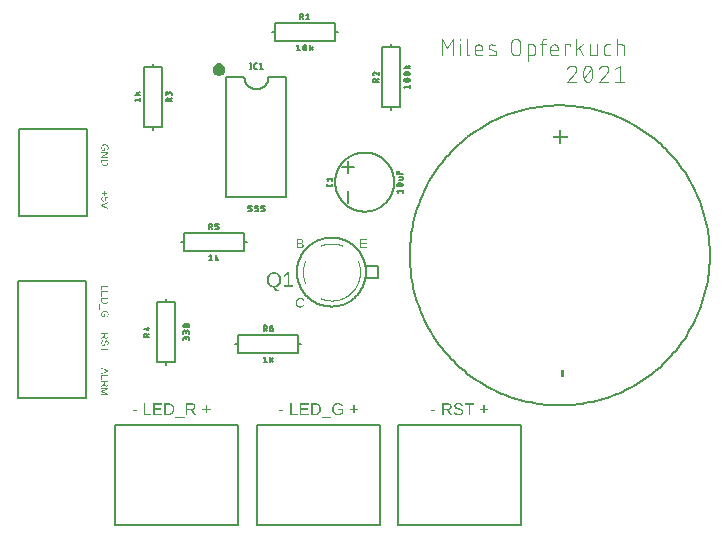
<source format=gbr>
G04 EAGLE Gerber RS-274X export*
G75*
%MOMM*%
%FSLAX34Y34*%
%LPD*%
%INSilkscreen Top*%
%IPPOS*%
%AMOC8*
5,1,8,0,0,1.08239X$1,22.5*%
G01*
G04 Define Apertures*
%ADD10C,0.101600*%
%ADD11C,0.203200*%
%ADD12C,0.127000*%
%ADD13C,0.152400*%
%ADD14C,0.050800*%
%ADD15C,0.200000*%
G36*
X166184Y386148D02*
X166583Y385006D01*
X167227Y383982D01*
X168082Y383127D01*
X169106Y382483D01*
X170248Y382084D01*
X171450Y381948D01*
X172652Y382084D01*
X173794Y382483D01*
X174818Y383127D01*
X175673Y383982D01*
X176317Y385006D01*
X176716Y386148D01*
X176852Y387350D01*
X176716Y388552D01*
X176317Y389694D01*
X175673Y390718D01*
X174818Y391573D01*
X173794Y392217D01*
X172652Y392616D01*
X171450Y392752D01*
X170248Y392616D01*
X169106Y392217D01*
X168082Y391573D01*
X167227Y390718D01*
X166583Y389694D01*
X166184Y388552D01*
X166048Y387350D01*
X166184Y386148D01*
G37*
G36*
X144796Y99017D02*
X147870Y99017D01*
X150434Y94920D01*
X151974Y94920D01*
X150366Y97362D01*
X149173Y99171D01*
X149447Y99229D01*
X149706Y99304D01*
X149950Y99396D01*
X150179Y99506D01*
X150304Y99580D01*
X150392Y99633D01*
X150591Y99777D01*
X150774Y99938D01*
X150941Y100117D01*
X151092Y100310D01*
X151222Y100513D01*
X151332Y100728D01*
X151422Y100954D01*
X151492Y101190D01*
X151542Y101438D01*
X151572Y101696D01*
X151582Y101966D01*
X151568Y102289D01*
X151526Y102595D01*
X151455Y102882D01*
X151356Y103150D01*
X151228Y103401D01*
X151072Y103633D01*
X150888Y103847D01*
X150675Y104042D01*
X150437Y104217D01*
X150174Y104369D01*
X149888Y104497D01*
X149578Y104602D01*
X149245Y104683D01*
X148887Y104742D01*
X148506Y104777D01*
X148101Y104788D01*
X143458Y104788D01*
X143458Y94920D01*
X144796Y94920D01*
X144796Y99017D01*
G37*
%LPC*%
G36*
X144796Y100075D02*
X144796Y103717D01*
X147968Y103717D01*
X148235Y103710D01*
X148486Y103689D01*
X148721Y103653D01*
X148939Y103604D01*
X149142Y103540D01*
X149328Y103463D01*
X149498Y103371D01*
X149653Y103265D01*
X149790Y103146D01*
X149909Y103014D01*
X150009Y102869D01*
X150091Y102711D01*
X150155Y102540D01*
X150201Y102357D01*
X150228Y102161D01*
X150238Y101952D01*
X150229Y101736D01*
X150201Y101532D01*
X150156Y101340D01*
X150093Y101161D01*
X150012Y100995D01*
X149913Y100840D01*
X149795Y100698D01*
X149660Y100569D01*
X149508Y100453D01*
X149341Y100353D01*
X149159Y100268D01*
X148962Y100198D01*
X148750Y100144D01*
X148523Y100106D01*
X148281Y100083D01*
X148024Y100075D01*
X144796Y100075D01*
G37*
%LPD*%
G36*
X123357Y96013D02*
X116921Y96013D01*
X116921Y99451D01*
X122650Y99451D01*
X122650Y100530D01*
X116921Y100530D01*
X116921Y103696D01*
X123070Y103696D01*
X123070Y104788D01*
X115583Y104788D01*
X115583Y94920D01*
X123357Y94920D01*
X123357Y96013D01*
G37*
G36*
X113939Y96013D02*
X108952Y96013D01*
X108952Y104788D01*
X107614Y104788D01*
X107614Y94920D01*
X113939Y94920D01*
X113939Y96013D01*
G37*
G36*
X161325Y99178D02*
X164294Y99178D01*
X164294Y100201D01*
X161325Y100201D01*
X161325Y103198D01*
X160295Y103198D01*
X160295Y100201D01*
X157325Y100201D01*
X157325Y99178D01*
X160295Y99178D01*
X160295Y96181D01*
X161325Y96181D01*
X161325Y99178D01*
G37*
G36*
X142451Y92980D02*
X134095Y92980D01*
X134095Y92069D01*
X142451Y92069D01*
X142451Y92980D01*
G37*
G36*
X101795Y99290D02*
X98294Y99290D01*
X98294Y98170D01*
X101795Y98170D01*
X101795Y99290D01*
G37*
G36*
X253376Y94930D02*
X253717Y94958D01*
X254048Y95006D01*
X254369Y95072D01*
X254679Y95158D01*
X254978Y95263D01*
X255267Y95387D01*
X255545Y95529D01*
X255811Y95690D01*
X256060Y95867D01*
X256295Y96062D01*
X256514Y96273D01*
X256717Y96500D01*
X256904Y96745D01*
X257077Y97006D01*
X257233Y97284D01*
X257373Y97576D01*
X257494Y97880D01*
X257596Y98196D01*
X257680Y98524D01*
X257745Y98864D01*
X257791Y99216D01*
X257819Y99580D01*
X257828Y99956D01*
X257807Y100519D01*
X257743Y101049D01*
X257637Y101545D01*
X257488Y102009D01*
X257296Y102439D01*
X257062Y102836D01*
X256786Y103200D01*
X256466Y103531D01*
X256108Y103826D01*
X255714Y104081D01*
X255284Y104297D01*
X254818Y104474D01*
X254316Y104612D01*
X253779Y104710D01*
X253206Y104769D01*
X252597Y104788D01*
X249333Y104788D01*
X249333Y94920D01*
X253024Y94920D01*
X253376Y94930D01*
G37*
%LPC*%
G36*
X250671Y95992D02*
X250671Y103717D01*
X252569Y103717D01*
X253031Y103702D01*
X253465Y103657D01*
X253871Y103581D01*
X254249Y103476D01*
X254598Y103341D01*
X254920Y103175D01*
X255213Y102979D01*
X255479Y102754D01*
X255714Y102499D01*
X255918Y102218D01*
X256091Y101909D01*
X256232Y101573D01*
X256342Y101209D01*
X256421Y100819D01*
X256468Y100401D01*
X256484Y99956D01*
X256477Y99656D01*
X256456Y99367D01*
X256422Y99087D01*
X256373Y98818D01*
X256311Y98558D01*
X256236Y98309D01*
X256146Y98070D01*
X256043Y97841D01*
X255926Y97623D01*
X255798Y97419D01*
X255658Y97227D01*
X255506Y97049D01*
X255342Y96884D01*
X255166Y96732D01*
X254978Y96593D01*
X254778Y96468D01*
X254568Y96356D01*
X254350Y96259D01*
X254124Y96178D01*
X253890Y96111D01*
X253647Y96059D01*
X253396Y96021D01*
X253137Y95999D01*
X252870Y95992D01*
X250671Y95992D01*
G37*
%LPD*%
G36*
X272492Y94787D02*
X272816Y94807D01*
X273134Y94842D01*
X273445Y94889D01*
X273751Y94951D01*
X274051Y95026D01*
X274344Y95115D01*
X274632Y95218D01*
X275179Y95459D01*
X275681Y95746D01*
X276140Y96077D01*
X276554Y96454D01*
X276554Y99858D01*
X272373Y99858D01*
X272373Y98737D01*
X275322Y98737D01*
X275322Y96958D01*
X275042Y96719D01*
X274724Y96506D01*
X274365Y96320D01*
X273966Y96160D01*
X273540Y96031D01*
X273097Y95939D01*
X272638Y95884D01*
X272163Y95866D01*
X271751Y95882D01*
X271361Y95933D01*
X270995Y96018D01*
X270652Y96136D01*
X270331Y96288D01*
X270034Y96474D01*
X269760Y96694D01*
X269508Y96948D01*
X269284Y97230D01*
X269089Y97538D01*
X268924Y97870D01*
X268789Y98227D01*
X268684Y98608D01*
X268609Y99014D01*
X268564Y99444D01*
X268549Y99900D01*
X268563Y100356D01*
X268605Y100785D01*
X268676Y101189D01*
X268775Y101566D01*
X268902Y101916D01*
X269057Y102240D01*
X269241Y102538D01*
X269452Y102810D01*
X269691Y103052D01*
X269954Y103262D01*
X270243Y103439D01*
X270557Y103585D01*
X270896Y103698D01*
X271261Y103778D01*
X271650Y103827D01*
X272065Y103843D01*
X272334Y103837D01*
X272592Y103819D01*
X272839Y103789D01*
X273074Y103747D01*
X273298Y103692D01*
X273511Y103626D01*
X273713Y103548D01*
X273903Y103458D01*
X274083Y103354D01*
X274253Y103237D01*
X274413Y103105D01*
X274562Y102959D01*
X274702Y102798D01*
X274832Y102624D01*
X275062Y102232D01*
X276337Y102610D01*
X276191Y102904D01*
X276031Y103178D01*
X275856Y103431D01*
X275666Y103662D01*
X275462Y103874D01*
X275243Y104064D01*
X275010Y104233D01*
X274761Y104382D01*
X274496Y104512D01*
X274211Y104624D01*
X273908Y104719D01*
X273585Y104797D01*
X273242Y104858D01*
X272881Y104901D01*
X272500Y104927D01*
X272100Y104935D01*
X271533Y104915D01*
X270999Y104853D01*
X270497Y104750D01*
X270028Y104606D01*
X269592Y104421D01*
X269188Y104195D01*
X268817Y103927D01*
X268479Y103619D01*
X268177Y103273D01*
X267915Y102892D01*
X267694Y102479D01*
X267512Y102031D01*
X267371Y101549D01*
X267271Y101033D01*
X267210Y100483D01*
X267190Y99900D01*
X267199Y99514D01*
X267227Y99141D01*
X267273Y98781D01*
X267338Y98433D01*
X267421Y98099D01*
X267523Y97777D01*
X267643Y97468D01*
X267782Y97172D01*
X267938Y96890D01*
X268111Y96626D01*
X268300Y96379D01*
X268506Y96148D01*
X268728Y95935D01*
X268967Y95738D01*
X269222Y95559D01*
X269494Y95396D01*
X269781Y95252D01*
X270081Y95127D01*
X270395Y95021D01*
X270722Y94934D01*
X271062Y94867D01*
X271416Y94818D01*
X271783Y94790D01*
X272163Y94780D01*
X272492Y94787D01*
G37*
G36*
X247545Y96013D02*
X241108Y96013D01*
X241108Y99451D01*
X246837Y99451D01*
X246837Y100530D01*
X241108Y100530D01*
X241108Y103696D01*
X247257Y103696D01*
X247257Y104788D01*
X239770Y104788D01*
X239770Y94920D01*
X247545Y94920D01*
X247545Y96013D01*
G37*
G36*
X238126Y96013D02*
X233139Y96013D01*
X233139Y104788D01*
X231802Y104788D01*
X231802Y94920D01*
X238126Y94920D01*
X238126Y96013D01*
G37*
G36*
X286325Y99178D02*
X289294Y99178D01*
X289294Y100201D01*
X286325Y100201D01*
X286325Y103198D01*
X285295Y103198D01*
X285295Y100201D01*
X282325Y100201D01*
X282325Y99178D01*
X285295Y99178D01*
X285295Y96181D01*
X286325Y96181D01*
X286325Y99178D01*
G37*
G36*
X266638Y92980D02*
X258283Y92980D01*
X258283Y92069D01*
X266638Y92069D01*
X266638Y92980D01*
G37*
G36*
X225983Y99290D02*
X222481Y99290D01*
X222481Y98170D01*
X225983Y98170D01*
X225983Y99290D01*
G37*
G36*
X361733Y99017D02*
X364808Y99017D01*
X367371Y94920D01*
X368912Y94920D01*
X367303Y97362D01*
X366110Y99171D01*
X366385Y99229D01*
X366644Y99304D01*
X366888Y99396D01*
X367116Y99506D01*
X367241Y99580D01*
X367330Y99633D01*
X367528Y99777D01*
X367711Y99938D01*
X367879Y100117D01*
X368029Y100310D01*
X368159Y100513D01*
X368269Y100728D01*
X368360Y100954D01*
X368430Y101190D01*
X368480Y101438D01*
X368510Y101696D01*
X368520Y101966D01*
X368506Y102289D01*
X368463Y102595D01*
X368392Y102882D01*
X368293Y103150D01*
X368165Y103401D01*
X368010Y103633D01*
X367825Y103847D01*
X367613Y104042D01*
X367374Y104217D01*
X367112Y104369D01*
X366826Y104497D01*
X366516Y104602D01*
X366182Y104683D01*
X365825Y104742D01*
X365444Y104777D01*
X365039Y104788D01*
X360395Y104788D01*
X360395Y94920D01*
X361733Y94920D01*
X361733Y99017D01*
G37*
%LPC*%
G36*
X361733Y100075D02*
X361733Y103717D01*
X364906Y103717D01*
X365173Y103710D01*
X365423Y103689D01*
X365658Y103653D01*
X365877Y103604D01*
X366079Y103540D01*
X366266Y103463D01*
X366436Y103371D01*
X366590Y103265D01*
X366727Y103146D01*
X366846Y103014D01*
X366947Y102869D01*
X367029Y102711D01*
X367093Y102540D01*
X367138Y102357D01*
X367166Y102161D01*
X367175Y101952D01*
X367166Y101736D01*
X367139Y101532D01*
X367094Y101340D01*
X367031Y101161D01*
X366949Y100995D01*
X366850Y100840D01*
X366733Y100698D01*
X366597Y100569D01*
X366445Y100453D01*
X366278Y100353D01*
X366096Y100268D01*
X365899Y100198D01*
X365688Y100144D01*
X365461Y100106D01*
X365219Y100083D01*
X364962Y100075D01*
X361733Y100075D01*
G37*
%LPD*%
G36*
X374866Y94792D02*
X375311Y94827D01*
X375728Y94885D01*
X376117Y94967D01*
X376480Y95073D01*
X376815Y95201D01*
X377123Y95354D01*
X377403Y95529D01*
X377654Y95726D01*
X377871Y95943D01*
X378054Y96178D01*
X378204Y96433D01*
X378321Y96707D01*
X378405Y97000D01*
X378455Y97313D01*
X378471Y97644D01*
X378462Y97905D01*
X378434Y98149D01*
X378387Y98375D01*
X378321Y98583D01*
X378238Y98776D01*
X378141Y98956D01*
X378030Y99123D01*
X377904Y99276D01*
X377614Y99548D01*
X377277Y99774D01*
X376903Y99964D01*
X376503Y100127D01*
X376080Y100267D01*
X375638Y100386D01*
X374731Y100600D01*
X374108Y100745D01*
X373598Y100878D01*
X373201Y100999D01*
X372917Y101108D01*
X372703Y101217D01*
X372515Y101337D01*
X372355Y101469D01*
X372220Y101612D01*
X372115Y101771D01*
X372039Y101949D01*
X371994Y102147D01*
X371979Y102365D01*
X371989Y102553D01*
X372018Y102730D01*
X372066Y102894D01*
X372135Y103046D01*
X372222Y103186D01*
X372329Y103314D01*
X372456Y103431D01*
X372602Y103535D01*
X372767Y103627D01*
X372949Y103706D01*
X373148Y103774D01*
X373366Y103829D01*
X373600Y103872D01*
X373852Y103902D01*
X374122Y103921D01*
X374409Y103927D01*
X374919Y103905D01*
X375370Y103838D01*
X375574Y103789D01*
X375763Y103728D01*
X375937Y103656D01*
X376097Y103573D01*
X376243Y103478D01*
X376377Y103369D01*
X376499Y103247D01*
X376608Y103112D01*
X376705Y102963D01*
X376790Y102800D01*
X376863Y102624D01*
X376923Y102435D01*
X378240Y102666D01*
X378143Y102965D01*
X378028Y103241D01*
X377897Y103494D01*
X377750Y103725D01*
X377586Y103933D01*
X377405Y104118D01*
X377208Y104281D01*
X376994Y104421D01*
X376759Y104541D01*
X376499Y104646D01*
X376215Y104734D01*
X375906Y104807D01*
X375573Y104863D01*
X375214Y104903D01*
X374831Y104927D01*
X374423Y104935D01*
X373984Y104925D01*
X373572Y104893D01*
X373186Y104839D01*
X372825Y104764D01*
X372491Y104667D01*
X372183Y104549D01*
X371902Y104410D01*
X371646Y104249D01*
X371419Y104068D01*
X371222Y103870D01*
X371055Y103653D01*
X370919Y103417D01*
X370813Y103164D01*
X370737Y102892D01*
X370691Y102603D01*
X370676Y102295D01*
X370688Y102026D01*
X370723Y101773D01*
X370781Y101536D01*
X370862Y101314D01*
X370965Y101108D01*
X371088Y100914D01*
X371233Y100735D01*
X371397Y100569D01*
X371589Y100413D01*
X371812Y100265D01*
X372067Y100124D01*
X372354Y99991D01*
X372692Y99861D01*
X373100Y99732D01*
X373579Y99602D01*
X374129Y99472D01*
X375355Y99185D01*
X375869Y99036D01*
X376307Y98856D01*
X376496Y98752D01*
X376662Y98634D01*
X376806Y98503D01*
X376927Y98359D01*
X377023Y98197D01*
X377092Y98012D01*
X377134Y97805D01*
X377148Y97574D01*
X377137Y97366D01*
X377104Y97170D01*
X377049Y96987D01*
X376972Y96817D01*
X376873Y96660D01*
X376752Y96517D01*
X376609Y96386D01*
X376444Y96268D01*
X376259Y96164D01*
X376055Y96074D01*
X375833Y95997D01*
X375592Y95935D01*
X375333Y95886D01*
X375055Y95851D01*
X374759Y95830D01*
X374444Y95823D01*
X374139Y95830D01*
X373850Y95850D01*
X373578Y95882D01*
X373322Y95928D01*
X373082Y95986D01*
X372859Y96058D01*
X372652Y96143D01*
X372462Y96240D01*
X372288Y96352D01*
X372129Y96478D01*
X371987Y96619D01*
X371860Y96775D01*
X371749Y96946D01*
X371653Y97131D01*
X371573Y97331D01*
X371510Y97546D01*
X370214Y97287D01*
X370297Y96984D01*
X370405Y96700D01*
X370536Y96435D01*
X370691Y96190D01*
X370869Y95965D01*
X371071Y95759D01*
X371297Y95573D01*
X371546Y95407D01*
X371819Y95260D01*
X372116Y95133D01*
X372437Y95025D01*
X372781Y94937D01*
X373149Y94868D01*
X373541Y94819D01*
X373956Y94790D01*
X374395Y94780D01*
X374866Y94792D01*
G37*
G36*
X384168Y103696D02*
X387558Y103696D01*
X387558Y104788D01*
X379447Y104788D01*
X379447Y103696D01*
X382837Y103696D01*
X382837Y94920D01*
X384168Y94920D01*
X384168Y103696D01*
G37*
G36*
X396325Y99178D02*
X399294Y99178D01*
X399294Y100201D01*
X396325Y100201D01*
X396325Y103198D01*
X395295Y103198D01*
X395295Y100201D01*
X392325Y100201D01*
X392325Y99178D01*
X395295Y99178D01*
X395295Y96181D01*
X396325Y96181D01*
X396325Y99178D01*
G37*
G36*
X354577Y99290D02*
X351075Y99290D01*
X351075Y98170D01*
X354577Y98170D01*
X354577Y99290D01*
G37*
G36*
X74079Y275558D02*
X74270Y275583D01*
X74451Y275623D01*
X74623Y275680D01*
X74785Y275753D01*
X74937Y275842D01*
X75080Y275947D01*
X75212Y276068D01*
X75332Y276204D01*
X75436Y276350D01*
X75524Y276507D01*
X75596Y276675D01*
X75652Y276855D01*
X75692Y277045D01*
X75716Y277247D01*
X75724Y277459D01*
X75701Y277810D01*
X75630Y278130D01*
X75512Y278420D01*
X75347Y278681D01*
X77222Y278567D01*
X77222Y275894D01*
X77864Y275894D01*
X77864Y279255D01*
X74684Y279453D01*
X74684Y278714D01*
X74881Y278450D01*
X75011Y278185D01*
X75083Y277911D01*
X75108Y277615D01*
X75086Y277336D01*
X75021Y277088D01*
X74914Y276869D01*
X74763Y276681D01*
X74578Y276530D01*
X74366Y276421D01*
X74127Y276357D01*
X73861Y276335D01*
X73557Y276356D01*
X73288Y276421D01*
X73053Y276528D01*
X72852Y276679D01*
X72691Y276868D01*
X72577Y277089D01*
X72508Y277344D01*
X72485Y277632D01*
X72499Y277867D01*
X72540Y278080D01*
X72608Y278269D01*
X72704Y278434D01*
X72827Y278576D01*
X72978Y278694D01*
X73156Y278789D01*
X73362Y278861D01*
X73274Y279625D01*
X72952Y279534D01*
X72671Y279397D01*
X72430Y279213D01*
X72229Y278983D01*
X72071Y278709D01*
X71958Y278395D01*
X71891Y278042D01*
X71868Y277648D01*
X71877Y277408D01*
X71902Y277182D01*
X71944Y276969D01*
X72002Y276770D01*
X72078Y276584D01*
X72170Y276411D01*
X72279Y276252D01*
X72405Y276106D01*
X72546Y275976D01*
X72699Y275863D01*
X72864Y275767D01*
X73042Y275689D01*
X73232Y275628D01*
X73435Y275585D01*
X73650Y275559D01*
X73878Y275550D01*
X74079Y275558D01*
G37*
G36*
X77864Y270337D02*
X73702Y271965D01*
X72657Y272317D01*
X73702Y272670D01*
X77864Y274306D01*
X77864Y275150D01*
X71952Y272737D01*
X71952Y271906D01*
X77864Y269493D01*
X77864Y270337D01*
G37*
G36*
X75116Y282184D02*
X76912Y282184D01*
X76912Y282801D01*
X75116Y282801D01*
X75116Y284580D01*
X74503Y284580D01*
X74503Y282801D01*
X72707Y282801D01*
X72707Y282184D01*
X74503Y282184D01*
X74503Y280405D01*
X75116Y280405D01*
X75116Y282184D01*
G37*
G36*
X73415Y119656D02*
X74499Y120371D01*
X74579Y120051D01*
X74699Y119768D01*
X74749Y119694D01*
X74862Y119522D01*
X75066Y119311D01*
X75303Y119143D01*
X75567Y119024D01*
X75857Y118952D01*
X76173Y118928D01*
X76367Y118936D01*
X76550Y118961D01*
X76722Y119004D01*
X76883Y119063D01*
X77033Y119140D01*
X77172Y119233D01*
X77300Y119344D01*
X77418Y119471D01*
X77522Y119614D01*
X77613Y119771D01*
X77690Y119943D01*
X77753Y120128D01*
X77802Y120328D01*
X77836Y120542D01*
X77857Y120770D01*
X77864Y121013D01*
X77864Y123795D01*
X71952Y123795D01*
X71952Y122994D01*
X74407Y122994D01*
X74407Y121151D01*
X71952Y119616D01*
X71952Y118693D01*
X73415Y119656D01*
G37*
%LPC*%
G36*
X75913Y119755D02*
X75691Y119820D01*
X75499Y119928D01*
X75336Y120079D01*
X75207Y120270D01*
X75114Y120497D01*
X75059Y120760D01*
X75040Y121059D01*
X75040Y122994D01*
X77222Y122994D01*
X77222Y121093D01*
X77205Y120783D01*
X77155Y120511D01*
X77070Y120278D01*
X76952Y120084D01*
X76801Y119930D01*
X76620Y119821D01*
X76408Y119755D01*
X76165Y119733D01*
X75913Y119755D01*
G37*
%LPD*%
G36*
X77864Y112856D02*
X73765Y114400D01*
X73335Y114545D01*
X72825Y114685D01*
X73234Y114788D01*
X73765Y114950D01*
X77864Y116523D01*
X77864Y117576D01*
X71952Y117576D01*
X71952Y116863D01*
X75896Y116863D01*
X76689Y116880D01*
X77155Y116892D01*
X76694Y116754D01*
X75980Y116519D01*
X71952Y114971D01*
X71952Y114408D01*
X75980Y112881D01*
X76486Y112707D01*
X77155Y112512D01*
X76538Y112540D01*
X75896Y112549D01*
X71952Y112549D01*
X71952Y111828D01*
X77864Y111828D01*
X77864Y112856D01*
G37*
G36*
X77864Y131660D02*
X77864Y132570D01*
X71952Y134983D01*
X71952Y134152D01*
X73681Y133473D01*
X73681Y130779D01*
X71952Y130103D01*
X71952Y129285D01*
X77864Y131660D01*
G37*
%LPC*%
G36*
X74306Y133229D02*
X76249Y132474D01*
X76745Y132294D01*
X77143Y132163D01*
X77260Y132126D01*
X76912Y132012D01*
X76257Y131777D01*
X74306Y131018D01*
X74306Y133229D01*
G37*
%LPD*%
G36*
X72607Y127775D02*
X77864Y127775D01*
X77864Y128576D01*
X71952Y128576D01*
X71952Y124787D01*
X72607Y124787D01*
X72607Y127775D01*
G37*
G36*
X73415Y160156D02*
X74499Y160871D01*
X74579Y160551D01*
X74699Y160268D01*
X74749Y160194D01*
X74862Y160022D01*
X75066Y159811D01*
X75303Y159643D01*
X75567Y159524D01*
X75857Y159452D01*
X76173Y159428D01*
X76367Y159436D01*
X76550Y159461D01*
X76722Y159504D01*
X76883Y159563D01*
X77033Y159640D01*
X77172Y159733D01*
X77300Y159844D01*
X77418Y159971D01*
X77522Y160114D01*
X77613Y160271D01*
X77690Y160443D01*
X77753Y160628D01*
X77802Y160828D01*
X77836Y161042D01*
X77857Y161270D01*
X77864Y161513D01*
X77864Y164295D01*
X71952Y164295D01*
X71952Y163494D01*
X74407Y163494D01*
X74407Y161651D01*
X71952Y160116D01*
X71952Y159193D01*
X73415Y160156D01*
G37*
%LPC*%
G36*
X75913Y160255D02*
X75691Y160320D01*
X75499Y160428D01*
X75336Y160579D01*
X75207Y160770D01*
X75114Y160997D01*
X75059Y161260D01*
X75040Y161559D01*
X75040Y163494D01*
X77222Y163494D01*
X77222Y161593D01*
X77205Y161283D01*
X77155Y161011D01*
X77070Y160778D01*
X76952Y160584D01*
X76801Y160430D01*
X76620Y160321D01*
X76408Y160255D01*
X76165Y160233D01*
X75913Y160255D01*
G37*
%LPD*%
G36*
X73886Y153466D02*
X74147Y153534D01*
X74370Y153642D01*
X74562Y153784D01*
X74725Y153957D01*
X74860Y154159D01*
X74974Y154383D01*
X75072Y154623D01*
X75156Y154876D01*
X75227Y155141D01*
X75355Y155685D01*
X75521Y156363D01*
X75594Y156601D01*
X75659Y156771D01*
X75797Y157012D01*
X75961Y157189D01*
X76057Y157252D01*
X76163Y157297D01*
X76282Y157325D01*
X76413Y157334D01*
X76631Y157310D01*
X76821Y157240D01*
X76981Y157124D01*
X77113Y156960D01*
X77216Y156752D01*
X77290Y156503D01*
X77334Y156211D01*
X77348Y155878D01*
X77335Y155572D01*
X77295Y155302D01*
X77229Y155066D01*
X77136Y154866D01*
X77014Y154698D01*
X76860Y154560D01*
X76673Y154451D01*
X76454Y154371D01*
X76593Y153582D01*
X76937Y153709D01*
X77227Y153876D01*
X77463Y154083D01*
X77560Y154201D01*
X77644Y154329D01*
X77779Y154625D01*
X77875Y154981D01*
X77933Y155395D01*
X77953Y155869D01*
X77946Y156132D01*
X77927Y156379D01*
X77895Y156611D01*
X77850Y156826D01*
X77792Y157027D01*
X77721Y157211D01*
X77638Y157380D01*
X77541Y157533D01*
X77433Y157669D01*
X77314Y157787D01*
X77184Y157887D01*
X77043Y157969D01*
X76891Y158032D01*
X76729Y158078D01*
X76555Y158105D01*
X76371Y158114D01*
X76210Y158107D01*
X76058Y158086D01*
X75916Y158052D01*
X75783Y158003D01*
X75543Y157867D01*
X75336Y157682D01*
X75154Y157434D01*
X74990Y157109D01*
X74835Y156662D01*
X74680Y156045D01*
X74507Y155311D01*
X74418Y155003D01*
X74310Y154740D01*
X74177Y154528D01*
X74012Y154369D01*
X73915Y154311D01*
X73805Y154270D01*
X73680Y154245D01*
X73542Y154237D01*
X73417Y154243D01*
X73300Y154263D01*
X73089Y154342D01*
X72909Y154474D01*
X72760Y154659D01*
X72643Y154892D01*
X72560Y155169D01*
X72510Y155491D01*
X72493Y155857D01*
X72509Y156212D01*
X72556Y156529D01*
X72634Y156806D01*
X72743Y157044D01*
X72886Y157243D01*
X73063Y157405D01*
X73277Y157529D01*
X73526Y157615D01*
X73370Y158391D01*
X73188Y158341D01*
X73018Y158277D01*
X72860Y158198D01*
X72713Y158105D01*
X72578Y157999D01*
X72455Y157877D01*
X72343Y157742D01*
X72244Y157593D01*
X72156Y157429D01*
X72079Y157251D01*
X72015Y157059D01*
X71962Y156853D01*
X71921Y156632D01*
X71892Y156398D01*
X71874Y156149D01*
X71868Y155886D01*
X71875Y155604D01*
X71896Y155337D01*
X71931Y155088D01*
X71980Y154854D01*
X72043Y154637D01*
X72121Y154436D01*
X72212Y154252D01*
X72317Y154084D01*
X72435Y153934D01*
X72565Y153804D01*
X72706Y153694D01*
X72858Y153604D01*
X73023Y153534D01*
X73198Y153484D01*
X73386Y153454D01*
X73584Y153444D01*
X73886Y153466D01*
G37*
G36*
X77864Y152870D02*
X77210Y152870D01*
X77210Y150839D01*
X71952Y150839D01*
X71952Y150041D01*
X77210Y150041D01*
X77210Y148010D01*
X77864Y148010D01*
X77864Y152870D01*
G37*
G36*
X75306Y188718D02*
X75624Y188756D01*
X75921Y188820D01*
X76199Y188909D01*
X76457Y189024D01*
X76695Y189164D01*
X76913Y189330D01*
X77111Y189521D01*
X77288Y189736D01*
X77441Y189972D01*
X77570Y190230D01*
X77676Y190509D01*
X77758Y190809D01*
X77817Y191131D01*
X77853Y191475D01*
X77864Y191840D01*
X77864Y193795D01*
X71952Y193795D01*
X71952Y191584D01*
X71975Y191168D01*
X72043Y190778D01*
X72157Y190413D01*
X72317Y190073D01*
X72520Y189764D01*
X72762Y189493D01*
X73045Y189259D01*
X73368Y189062D01*
X73726Y188906D01*
X74111Y188794D01*
X74526Y188727D01*
X74969Y188705D01*
X75306Y188718D01*
G37*
%LPC*%
G36*
X74616Y189527D02*
X74287Y189577D01*
X73982Y189659D01*
X73702Y189775D01*
X73449Y189922D01*
X73228Y190097D01*
X73038Y190300D01*
X72879Y190533D01*
X72755Y190789D01*
X72665Y191065D01*
X72612Y191361D01*
X72594Y191676D01*
X72594Y192994D01*
X77222Y192994D01*
X77222Y191856D01*
X77213Y191580D01*
X77186Y191319D01*
X77141Y191076D01*
X77078Y190850D01*
X76997Y190640D01*
X76898Y190448D01*
X76781Y190272D01*
X76645Y190113D01*
X76493Y189972D01*
X76324Y189849D01*
X76139Y189746D01*
X75938Y189661D01*
X75720Y189595D01*
X75486Y189548D01*
X75236Y189520D01*
X74969Y189511D01*
X74616Y189527D01*
G37*
%LPD*%
G36*
X74910Y179963D02*
X74239Y179963D01*
X74239Y178196D01*
X73173Y178196D01*
X73030Y178363D01*
X72902Y178554D01*
X72791Y178769D01*
X72695Y179008D01*
X72618Y179264D01*
X72563Y179529D01*
X72529Y179804D01*
X72518Y180089D01*
X72529Y180336D01*
X72559Y180569D01*
X72610Y180788D01*
X72681Y180994D01*
X72772Y181186D01*
X72883Y181364D01*
X73015Y181528D01*
X73167Y181679D01*
X73336Y181814D01*
X73520Y181930D01*
X73719Y182029D01*
X73933Y182110D01*
X74162Y182173D01*
X74405Y182218D01*
X74663Y182245D01*
X74935Y182254D01*
X75209Y182245D01*
X75466Y182220D01*
X75708Y182178D01*
X75934Y182118D01*
X76144Y182042D01*
X76338Y181949D01*
X76516Y181839D01*
X76679Y181712D01*
X76824Y181570D01*
X76950Y181412D01*
X77056Y181239D01*
X77143Y181051D01*
X77211Y180847D01*
X77259Y180629D01*
X77288Y180396D01*
X77298Y180147D01*
X77283Y179831D01*
X77240Y179543D01*
X77168Y179281D01*
X77067Y179046D01*
X76935Y178836D01*
X76768Y178651D01*
X76568Y178489D01*
X76333Y178351D01*
X76559Y177588D01*
X76900Y177771D01*
X77190Y177989D01*
X77430Y178243D01*
X77621Y178532D01*
X77766Y178861D01*
X77870Y179237D01*
X77932Y179658D01*
X77953Y180126D01*
X77940Y180466D01*
X77903Y180786D01*
X77842Y181086D01*
X77755Y181367D01*
X77644Y181629D01*
X77509Y181871D01*
X77349Y182093D01*
X77164Y182296D01*
X76956Y182477D01*
X76729Y182634D01*
X76481Y182766D01*
X76212Y182875D01*
X75923Y182959D01*
X75614Y183020D01*
X75285Y183056D01*
X74935Y183068D01*
X74481Y183046D01*
X74057Y182979D01*
X73664Y182868D01*
X73301Y182713D01*
X72974Y182516D01*
X72688Y182279D01*
X72442Y182003D01*
X72237Y181687D01*
X72076Y181336D01*
X71960Y180952D01*
X71891Y180536D01*
X71868Y180089D01*
X71884Y179697D01*
X71934Y179320D01*
X72016Y178958D01*
X72130Y178609D01*
X72275Y178282D01*
X72447Y177980D01*
X72645Y177706D01*
X72871Y177458D01*
X74910Y177458D01*
X74910Y179963D01*
G37*
G36*
X72607Y198712D02*
X74667Y198712D01*
X74667Y195280D01*
X75313Y195280D01*
X75313Y198712D01*
X77210Y198712D01*
X77210Y195028D01*
X77864Y195028D01*
X77864Y199514D01*
X71952Y199514D01*
X71952Y194856D01*
X72607Y194856D01*
X72607Y198712D01*
G37*
G36*
X72607Y203494D02*
X77864Y203494D01*
X77864Y204295D01*
X71952Y204295D01*
X71952Y200506D01*
X72607Y200506D01*
X72607Y203494D01*
G37*
G36*
X70790Y188411D02*
X70244Y188411D01*
X70244Y183405D01*
X70790Y183405D01*
X70790Y188411D01*
G37*
G36*
X297157Y236810D02*
X292010Y236810D01*
X292010Y239559D01*
X296591Y239559D01*
X296591Y240422D01*
X292010Y240422D01*
X292010Y242953D01*
X296927Y242953D01*
X296927Y243826D01*
X290941Y243826D01*
X290941Y235936D01*
X297157Y235936D01*
X297157Y236810D01*
G37*
G36*
X240648Y235945D02*
X240962Y235973D01*
X241256Y236018D01*
X241532Y236082D01*
X241790Y236165D01*
X242028Y236265D01*
X242248Y236384D01*
X242449Y236521D01*
X242629Y236675D01*
X242785Y236843D01*
X242917Y237026D01*
X243025Y237223D01*
X243109Y237435D01*
X243169Y237662D01*
X243205Y237903D01*
X243217Y238159D01*
X243209Y238352D01*
X243185Y238537D01*
X243145Y238713D01*
X243089Y238881D01*
X243018Y239040D01*
X242930Y239191D01*
X242826Y239333D01*
X242707Y239467D01*
X242635Y239533D01*
X242573Y239590D01*
X242425Y239700D01*
X242264Y239798D01*
X242090Y239883D01*
X241902Y239956D01*
X241700Y240015D01*
X241485Y240062D01*
X241257Y240097D01*
X241595Y240198D01*
X241892Y240338D01*
X242149Y240517D01*
X242198Y240566D01*
X242365Y240735D01*
X242537Y240987D01*
X242659Y241267D01*
X242733Y241575D01*
X242751Y241740D01*
X242757Y241911D01*
X242747Y242143D01*
X242714Y242360D01*
X242660Y242562D01*
X242584Y242749D01*
X242486Y242921D01*
X242367Y243078D01*
X242226Y243220D01*
X242063Y243348D01*
X241879Y243460D01*
X241672Y243557D01*
X241445Y243639D01*
X241195Y243707D01*
X240924Y243759D01*
X240631Y243796D01*
X240316Y243819D01*
X239980Y243826D01*
X237113Y243826D01*
X237113Y235936D01*
X240316Y235936D01*
X240648Y235945D01*
G37*
%LPC*%
G36*
X238182Y236793D02*
X238182Y239638D01*
X240176Y239638D01*
X240635Y239616D01*
X241033Y239550D01*
X241209Y239501D01*
X241370Y239441D01*
X241516Y239371D01*
X241646Y239289D01*
X241761Y239196D01*
X241860Y239093D01*
X241944Y238979D01*
X242013Y238853D01*
X242067Y238717D01*
X242105Y238570D01*
X242128Y238412D01*
X242136Y238243D01*
X242129Y238068D01*
X242108Y237904D01*
X242073Y237752D01*
X242024Y237610D01*
X241961Y237480D01*
X241884Y237361D01*
X241793Y237253D01*
X241688Y237157D01*
X241568Y237071D01*
X241431Y236998D01*
X241277Y236935D01*
X241107Y236884D01*
X240920Y236844D01*
X240717Y236816D01*
X240260Y236793D01*
X238182Y236793D01*
G37*
G36*
X238182Y240472D02*
X238182Y242970D01*
X239980Y242970D01*
X240370Y242952D01*
X240711Y242901D01*
X241003Y242815D01*
X241245Y242695D01*
X241348Y242621D01*
X241437Y242535D01*
X241512Y242438D01*
X241573Y242330D01*
X241621Y242210D01*
X241655Y242079D01*
X241675Y241936D01*
X241682Y241782D01*
X241676Y241621D01*
X241656Y241471D01*
X241623Y241331D01*
X241577Y241202D01*
X241517Y241084D01*
X241444Y240977D01*
X241359Y240880D01*
X241259Y240794D01*
X241021Y240653D01*
X240728Y240552D01*
X240381Y240492D01*
X239980Y240472D01*
X238182Y240472D01*
G37*
%LPD*%
G36*
X240576Y185832D02*
X240854Y185857D01*
X241123Y185899D01*
X241383Y185957D01*
X241634Y186032D01*
X241877Y186123D01*
X242111Y186231D01*
X242336Y186356D01*
X242550Y186497D01*
X242752Y186652D01*
X242942Y186824D01*
X243119Y187010D01*
X243284Y187211D01*
X243437Y187428D01*
X243577Y187660D01*
X243705Y187907D01*
X242831Y188344D01*
X242610Y187959D01*
X242363Y187626D01*
X242090Y187344D01*
X241791Y187113D01*
X241467Y186934D01*
X241117Y186806D01*
X240932Y186761D01*
X240741Y186729D01*
X240543Y186710D01*
X240339Y186703D01*
X240024Y186717D01*
X239726Y186758D01*
X239444Y186827D01*
X239179Y186924D01*
X238931Y187048D01*
X238700Y187199D01*
X238485Y187378D01*
X238287Y187585D01*
X238109Y187815D01*
X237955Y188062D01*
X237825Y188327D01*
X237718Y188609D01*
X237635Y188910D01*
X237576Y189228D01*
X237540Y189564D01*
X237528Y189918D01*
X237540Y190275D01*
X237574Y190612D01*
X237631Y190930D01*
X237710Y191229D01*
X237813Y191508D01*
X237938Y191767D01*
X238086Y192007D01*
X238256Y192228D01*
X238447Y192425D01*
X238657Y192596D01*
X238884Y192741D01*
X239130Y192860D01*
X239394Y192952D01*
X239676Y193018D01*
X239976Y193057D01*
X240295Y193070D01*
X240698Y193048D01*
X241072Y192979D01*
X241419Y192866D01*
X241737Y192706D01*
X242020Y192504D01*
X242261Y192261D01*
X242461Y191978D01*
X242619Y191654D01*
X243632Y191990D01*
X243526Y192224D01*
X243405Y192444D01*
X243271Y192649D01*
X243123Y192839D01*
X242960Y193015D01*
X242784Y193175D01*
X242593Y193321D01*
X242389Y193451D01*
X242171Y193567D01*
X241940Y193667D01*
X241696Y193751D01*
X241440Y193821D01*
X241170Y193875D01*
X240887Y193913D01*
X240592Y193936D01*
X240283Y193944D01*
X239845Y193927D01*
X239431Y193877D01*
X239041Y193794D01*
X238676Y193677D01*
X238336Y193526D01*
X238020Y193342D01*
X237728Y193125D01*
X237461Y192874D01*
X237222Y192594D01*
X237015Y192288D01*
X236840Y191957D01*
X236697Y191600D01*
X236585Y191218D01*
X236505Y190810D01*
X236458Y190377D01*
X236442Y189918D01*
X236449Y189608D01*
X236470Y189309D01*
X236506Y189020D01*
X236556Y188742D01*
X236620Y188475D01*
X236698Y188218D01*
X236791Y187972D01*
X236898Y187736D01*
X237019Y187513D01*
X237152Y187302D01*
X237299Y187105D01*
X237458Y186922D01*
X237631Y186751D01*
X237816Y186594D01*
X238014Y186450D01*
X238225Y186320D01*
X238448Y186203D01*
X238681Y186103D01*
X238924Y186018D01*
X239177Y185948D01*
X239440Y185894D01*
X239713Y185855D01*
X239996Y185832D01*
X240289Y185824D01*
X240576Y185832D01*
G37*
G36*
X75306Y305874D02*
X75624Y305912D01*
X75921Y305976D01*
X76199Y306065D01*
X76457Y306180D01*
X76695Y306320D01*
X76913Y306486D01*
X77111Y306678D01*
X77288Y306892D01*
X77441Y307128D01*
X77570Y307386D01*
X77676Y307665D01*
X77758Y307966D01*
X77817Y308288D01*
X77853Y308631D01*
X77864Y308996D01*
X77864Y310951D01*
X71952Y310951D01*
X71952Y308740D01*
X71975Y308325D01*
X72043Y307934D01*
X72157Y307569D01*
X72317Y307229D01*
X72520Y306921D01*
X72762Y306649D01*
X73045Y306415D01*
X73368Y306218D01*
X73726Y306062D01*
X74111Y305951D01*
X74526Y305884D01*
X74969Y305861D01*
X75306Y305874D01*
G37*
%LPC*%
G36*
X74616Y306684D02*
X74287Y306733D01*
X73982Y306816D01*
X73702Y306931D01*
X73449Y307078D01*
X73228Y307253D01*
X73038Y307457D01*
X72879Y307689D01*
X72755Y307945D01*
X72665Y308221D01*
X72612Y308517D01*
X72594Y308832D01*
X72594Y310150D01*
X77222Y310150D01*
X77222Y309013D01*
X77213Y308736D01*
X77186Y308476D01*
X77141Y308233D01*
X77078Y308006D01*
X76997Y307797D01*
X76898Y307604D01*
X76781Y307428D01*
X76645Y307269D01*
X76493Y307128D01*
X76324Y307006D01*
X76139Y306902D01*
X75938Y306818D01*
X75720Y306752D01*
X75486Y306705D01*
X75236Y306676D01*
X74969Y306667D01*
X74616Y306684D01*
G37*
%LPD*%
G36*
X77864Y313091D02*
X73987Y313091D01*
X73505Y313079D01*
X72795Y313041D01*
X77864Y316239D01*
X77864Y317170D01*
X71952Y317170D01*
X71952Y316457D01*
X75880Y316457D01*
X76580Y316478D01*
X76987Y316499D01*
X71952Y313335D01*
X71952Y312370D01*
X77864Y312370D01*
X77864Y313091D01*
G37*
G36*
X74910Y321025D02*
X74239Y321025D01*
X74239Y319259D01*
X73173Y319259D01*
X73030Y319426D01*
X72902Y319617D01*
X72791Y319832D01*
X72695Y320071D01*
X72618Y320326D01*
X72563Y320591D01*
X72529Y320866D01*
X72518Y321151D01*
X72529Y321398D01*
X72559Y321631D01*
X72610Y321851D01*
X72681Y322056D01*
X72772Y322248D01*
X72883Y322426D01*
X73015Y322591D01*
X73167Y322741D01*
X73336Y322876D01*
X73520Y322993D01*
X73719Y323092D01*
X73933Y323173D01*
X74162Y323235D01*
X74405Y323280D01*
X74663Y323307D01*
X74935Y323316D01*
X75209Y323308D01*
X75466Y323282D01*
X75708Y323240D01*
X75934Y323181D01*
X76144Y323105D01*
X76338Y323012D01*
X76516Y322902D01*
X76679Y322775D01*
X76824Y322632D01*
X76950Y322474D01*
X77056Y322301D01*
X77143Y322113D01*
X77211Y321910D01*
X77259Y321692D01*
X77288Y321458D01*
X77298Y321210D01*
X77283Y320894D01*
X77240Y320605D01*
X77168Y320343D01*
X77067Y320108D01*
X76935Y319899D01*
X76768Y319713D01*
X76568Y319552D01*
X76333Y319414D01*
X76559Y318650D01*
X76900Y318833D01*
X77190Y319052D01*
X77430Y319306D01*
X77621Y319594D01*
X77766Y319924D01*
X77870Y320299D01*
X77932Y320721D01*
X77953Y321189D01*
X77940Y321528D01*
X77903Y321848D01*
X77842Y322149D01*
X77755Y322430D01*
X77644Y322691D01*
X77509Y322933D01*
X77349Y323155D01*
X77164Y323358D01*
X76956Y323539D01*
X76729Y323696D01*
X76481Y323829D01*
X76212Y323937D01*
X75923Y324022D01*
X75614Y324082D01*
X75285Y324118D01*
X74935Y324130D01*
X74481Y324108D01*
X74057Y324042D01*
X73664Y323931D01*
X73301Y323776D01*
X72974Y323579D01*
X72688Y323342D01*
X72442Y323066D01*
X72237Y322750D01*
X72076Y322398D01*
X71960Y322014D01*
X71891Y321599D01*
X71868Y321151D01*
X71884Y320760D01*
X71934Y320383D01*
X72016Y320020D01*
X72130Y319672D01*
X72275Y319344D01*
X72447Y319043D01*
X72645Y318768D01*
X72871Y318520D01*
X74910Y318520D01*
X74910Y321025D01*
G37*
G36*
X129188Y94930D02*
X129530Y94958D01*
X129861Y95006D01*
X130181Y95072D01*
X130491Y95158D01*
X130790Y95263D01*
X131079Y95387D01*
X131358Y95529D01*
X131623Y95690D01*
X131873Y95867D01*
X132107Y96062D01*
X132326Y96273D01*
X132529Y96500D01*
X132717Y96745D01*
X132889Y97006D01*
X133046Y97284D01*
X133185Y97576D01*
X133306Y97880D01*
X133408Y98196D01*
X133492Y98524D01*
X133557Y98864D01*
X133604Y99216D01*
X133632Y99580D01*
X133641Y99956D01*
X133620Y100519D01*
X133556Y101049D01*
X133449Y101545D01*
X133300Y102009D01*
X133109Y102439D01*
X132875Y102836D01*
X132598Y103200D01*
X132279Y103531D01*
X131920Y103826D01*
X131526Y104081D01*
X131096Y104297D01*
X130630Y104474D01*
X130129Y104612D01*
X129591Y104710D01*
X129018Y104769D01*
X128409Y104788D01*
X125145Y104788D01*
X125145Y94920D01*
X128836Y94920D01*
X129188Y94930D01*
G37*
%LPC*%
G36*
X126483Y95992D02*
X126483Y103717D01*
X128381Y103717D01*
X128843Y103702D01*
X129277Y103657D01*
X129683Y103581D01*
X130061Y103476D01*
X130411Y103341D01*
X130732Y103175D01*
X131026Y102979D01*
X131291Y102754D01*
X131527Y102499D01*
X131731Y102218D01*
X131904Y101909D01*
X132045Y101573D01*
X132155Y101209D01*
X132233Y100819D01*
X132281Y100401D01*
X132296Y99956D01*
X132289Y99656D01*
X132269Y99367D01*
X132234Y99087D01*
X132186Y98818D01*
X132124Y98558D01*
X132048Y98309D01*
X131958Y98070D01*
X131855Y97841D01*
X131739Y97623D01*
X131611Y97419D01*
X131470Y97227D01*
X131318Y97049D01*
X131154Y96884D01*
X130978Y96732D01*
X130791Y96593D01*
X130591Y96468D01*
X130381Y96356D01*
X130163Y96259D01*
X129937Y96178D01*
X129702Y96111D01*
X129460Y96059D01*
X129209Y96021D01*
X128950Y95999D01*
X128682Y95992D01*
X126483Y95992D01*
G37*
%LPD*%
G36*
X221414Y199823D02*
X221799Y199859D01*
X222193Y199919D01*
X222596Y200003D01*
X222596Y201177D01*
X222082Y201091D01*
X221833Y201070D01*
X221589Y201063D01*
X221371Y201071D01*
X221162Y201094D01*
X220963Y201132D01*
X220773Y201186D01*
X220594Y201255D01*
X220424Y201339D01*
X220264Y201438D01*
X220113Y201553D01*
X219971Y201686D01*
X219836Y201837D01*
X219708Y202008D01*
X219587Y202197D01*
X219365Y202634D01*
X219172Y203147D01*
X219740Y203246D01*
X220277Y203387D01*
X220781Y203571D01*
X221254Y203798D01*
X221695Y204068D01*
X222103Y204381D01*
X222480Y204737D01*
X222824Y205136D01*
X223132Y205571D01*
X223399Y206034D01*
X223625Y206527D01*
X223809Y207049D01*
X223953Y207600D01*
X224056Y208180D01*
X224117Y208789D01*
X224138Y209427D01*
X224126Y209905D01*
X224092Y210367D01*
X224035Y210813D01*
X223955Y211243D01*
X223852Y211656D01*
X223726Y212053D01*
X223578Y212434D01*
X223406Y212799D01*
X223213Y213146D01*
X223000Y213471D01*
X222766Y213775D01*
X222512Y214057D01*
X222237Y214319D01*
X221942Y214559D01*
X221627Y214778D01*
X221291Y214976D01*
X220937Y215151D01*
X220568Y215303D01*
X220183Y215432D01*
X219783Y215538D01*
X219366Y215619D01*
X218935Y215678D01*
X218487Y215713D01*
X218024Y215725D01*
X217668Y215718D01*
X217322Y215699D01*
X216985Y215666D01*
X216659Y215620D01*
X216342Y215562D01*
X216035Y215490D01*
X215738Y215405D01*
X215451Y215308D01*
X215175Y215197D01*
X214907Y215073D01*
X214650Y214936D01*
X214403Y214786D01*
X214166Y214623D01*
X213939Y214447D01*
X213514Y214056D01*
X213134Y213619D01*
X212805Y213141D01*
X212659Y212887D01*
X212526Y212623D01*
X212406Y212349D01*
X212298Y212065D01*
X212203Y211770D01*
X212121Y211466D01*
X212052Y211151D01*
X211995Y210827D01*
X211950Y210492D01*
X211919Y210147D01*
X211900Y209792D01*
X211893Y209427D01*
X211904Y208968D01*
X211935Y208523D01*
X211986Y208092D01*
X212059Y207675D01*
X212152Y207272D01*
X212265Y206883D01*
X212400Y206508D01*
X212555Y206147D01*
X212729Y205803D01*
X212922Y205479D01*
X213134Y205174D01*
X213365Y204888D01*
X213614Y204622D01*
X213882Y204375D01*
X214168Y204148D01*
X214473Y203940D01*
X214794Y203753D01*
X215131Y203588D01*
X215482Y203445D01*
X215849Y203324D01*
X216230Y203225D01*
X216627Y203148D01*
X217038Y203093D01*
X217464Y203060D01*
X217604Y202638D01*
X217755Y202247D01*
X217915Y201887D01*
X218085Y201559D01*
X218264Y201262D01*
X218453Y200996D01*
X218652Y200762D01*
X218861Y200559D01*
X219082Y200384D01*
X219317Y200232D01*
X219567Y200103D01*
X219832Y199998D01*
X220111Y199916D01*
X220405Y199857D01*
X220714Y199822D01*
X221037Y199810D01*
X221414Y199823D01*
G37*
%LPC*%
G36*
X217502Y204404D02*
X217026Y204468D01*
X216577Y204574D01*
X216158Y204723D01*
X215766Y204914D01*
X215403Y205149D01*
X215068Y205425D01*
X214762Y205744D01*
X214488Y206100D01*
X214250Y206485D01*
X214049Y206901D01*
X213885Y207346D01*
X213757Y207821D01*
X213666Y208327D01*
X213611Y208862D01*
X213592Y209427D01*
X213611Y209996D01*
X213665Y210531D01*
X213755Y211035D01*
X213882Y211505D01*
X214044Y211943D01*
X214243Y212349D01*
X214478Y212722D01*
X214749Y213062D01*
X215053Y213366D01*
X215387Y213629D01*
X215751Y213852D01*
X216146Y214034D01*
X216570Y214176D01*
X217025Y214277D01*
X217509Y214338D01*
X218024Y214358D01*
X218535Y214338D01*
X219016Y214276D01*
X219467Y214174D01*
X219889Y214030D01*
X220281Y213845D01*
X220643Y213619D01*
X220975Y213353D01*
X221278Y213045D01*
X221548Y212701D01*
X221782Y212326D01*
X221980Y211920D01*
X222142Y211483D01*
X222268Y211016D01*
X222358Y210517D01*
X222412Y209988D01*
X222430Y209427D01*
X222412Y208842D01*
X222358Y208291D01*
X222269Y207774D01*
X222144Y207291D01*
X221983Y206843D01*
X221787Y206428D01*
X221555Y206047D01*
X221287Y205701D01*
X220986Y205392D01*
X220653Y205124D01*
X220290Y204897D01*
X219895Y204712D01*
X219470Y204568D01*
X219013Y204465D01*
X218526Y204403D01*
X218007Y204382D01*
X217502Y204404D01*
G37*
%LPD*%
G36*
X234081Y204540D02*
X231077Y204540D01*
X231077Y215541D01*
X229623Y215541D01*
X226707Y213535D01*
X226707Y212046D01*
X229492Y214034D01*
X229492Y204540D01*
X226348Y204540D01*
X226348Y203200D01*
X234081Y203200D01*
X234081Y204540D01*
G37*
G36*
X461431Y329085D02*
X466682Y329085D01*
X466682Y330888D01*
X461431Y330888D01*
X461431Y336090D01*
X459640Y336090D01*
X459640Y330888D01*
X454389Y330888D01*
X454389Y329085D01*
X459640Y329085D01*
X459640Y323883D01*
X461431Y323883D01*
X461431Y329085D01*
G37*
G36*
X463198Y133063D02*
X461235Y133063D01*
X461235Y126929D01*
X463198Y126929D01*
X463198Y133063D01*
G37*
D10*
X360023Y399258D02*
X360023Y413242D01*
X364685Y405473D01*
X369346Y413242D01*
X369346Y399258D01*
X375485Y399258D02*
X375485Y408581D01*
X375096Y412465D02*
X375096Y413242D01*
X375873Y413242D01*
X375873Y412465D01*
X375096Y412465D01*
X381125Y413242D02*
X381125Y401589D01*
X381127Y401495D01*
X381133Y401401D01*
X381142Y401308D01*
X381155Y401215D01*
X381172Y401123D01*
X381193Y401031D01*
X381217Y400940D01*
X381245Y400851D01*
X381276Y400762D01*
X381312Y400675D01*
X381350Y400590D01*
X381392Y400506D01*
X381437Y400424D01*
X381486Y400343D01*
X381538Y400265D01*
X381592Y400189D01*
X381650Y400115D01*
X381711Y400043D01*
X381775Y399974D01*
X381841Y399908D01*
X381910Y399844D01*
X381982Y399783D01*
X382056Y399725D01*
X382132Y399671D01*
X382210Y399619D01*
X382291Y399570D01*
X382373Y399525D01*
X382457Y399483D01*
X382542Y399445D01*
X382629Y399409D01*
X382718Y399378D01*
X382807Y399350D01*
X382898Y399326D01*
X382990Y399305D01*
X383082Y399288D01*
X383175Y399275D01*
X383268Y399266D01*
X383362Y399260D01*
X383456Y399258D01*
X390458Y399258D02*
X394342Y399258D01*
X390458Y399258D02*
X390364Y399260D01*
X390270Y399266D01*
X390177Y399275D01*
X390084Y399288D01*
X389992Y399305D01*
X389900Y399326D01*
X389809Y399350D01*
X389720Y399378D01*
X389631Y399409D01*
X389544Y399445D01*
X389459Y399483D01*
X389375Y399525D01*
X389293Y399570D01*
X389212Y399619D01*
X389134Y399671D01*
X389058Y399725D01*
X388984Y399783D01*
X388912Y399844D01*
X388843Y399908D01*
X388777Y399974D01*
X388713Y400043D01*
X388652Y400115D01*
X388594Y400189D01*
X388540Y400265D01*
X388488Y400343D01*
X388439Y400424D01*
X388394Y400506D01*
X388352Y400590D01*
X388314Y400675D01*
X388278Y400762D01*
X388247Y400851D01*
X388219Y400940D01*
X388195Y401031D01*
X388174Y401123D01*
X388157Y401215D01*
X388144Y401308D01*
X388135Y401401D01*
X388129Y401495D01*
X388127Y401589D01*
X388127Y405473D01*
X388129Y405584D01*
X388135Y405695D01*
X388145Y405805D01*
X388159Y405915D01*
X388176Y406025D01*
X388198Y406134D01*
X388224Y406242D01*
X388253Y406349D01*
X388286Y406455D01*
X388323Y406559D01*
X388364Y406662D01*
X388408Y406764D01*
X388456Y406864D01*
X388507Y406963D01*
X388562Y407059D01*
X388620Y407153D01*
X388682Y407246D01*
X388747Y407336D01*
X388815Y407423D01*
X388886Y407508D01*
X388960Y407591D01*
X389037Y407671D01*
X389117Y407748D01*
X389200Y407822D01*
X389285Y407893D01*
X389372Y407961D01*
X389462Y408026D01*
X389555Y408088D01*
X389649Y408146D01*
X389745Y408201D01*
X389844Y408252D01*
X389944Y408300D01*
X390046Y408344D01*
X390149Y408385D01*
X390253Y408422D01*
X390359Y408455D01*
X390466Y408484D01*
X390574Y408510D01*
X390683Y408532D01*
X390793Y408549D01*
X390903Y408563D01*
X391013Y408573D01*
X391124Y408579D01*
X391235Y408581D01*
X391346Y408579D01*
X391457Y408573D01*
X391567Y408563D01*
X391677Y408549D01*
X391787Y408532D01*
X391896Y408510D01*
X392004Y408484D01*
X392111Y408455D01*
X392217Y408422D01*
X392321Y408385D01*
X392424Y408344D01*
X392526Y408300D01*
X392626Y408252D01*
X392725Y408201D01*
X392821Y408146D01*
X392915Y408088D01*
X393008Y408026D01*
X393098Y407961D01*
X393185Y407893D01*
X393270Y407822D01*
X393353Y407748D01*
X393433Y407671D01*
X393510Y407591D01*
X393584Y407508D01*
X393655Y407423D01*
X393723Y407336D01*
X393788Y407246D01*
X393850Y407153D01*
X393908Y407059D01*
X393963Y406963D01*
X394014Y406864D01*
X394062Y406764D01*
X394106Y406662D01*
X394147Y406559D01*
X394184Y406455D01*
X394217Y406349D01*
X394246Y406242D01*
X394272Y406134D01*
X394294Y406025D01*
X394311Y405915D01*
X394325Y405805D01*
X394335Y405695D01*
X394341Y405584D01*
X394343Y405473D01*
X394342Y405473D02*
X394342Y403919D01*
X388127Y403919D01*
X400992Y404696D02*
X404877Y403142D01*
X400993Y404697D02*
X400911Y404732D01*
X400831Y404770D01*
X400753Y404812D01*
X400677Y404857D01*
X400603Y404906D01*
X400530Y404957D01*
X400461Y405012D01*
X400394Y405070D01*
X400329Y405131D01*
X400267Y405195D01*
X400208Y405261D01*
X400152Y405330D01*
X400099Y405401D01*
X400049Y405474D01*
X400003Y405550D01*
X399960Y405627D01*
X399920Y405707D01*
X399884Y405788D01*
X399851Y405870D01*
X399823Y405954D01*
X399797Y406039D01*
X399776Y406125D01*
X399758Y406212D01*
X399745Y406300D01*
X399735Y406388D01*
X399729Y406477D01*
X399727Y406565D01*
X399729Y406654D01*
X399735Y406743D01*
X399744Y406831D01*
X399758Y406918D01*
X399775Y407005D01*
X399797Y407092D01*
X399821Y407177D01*
X399850Y407261D01*
X399883Y407343D01*
X399919Y407424D01*
X399958Y407504D01*
X400001Y407581D01*
X400047Y407657D01*
X400097Y407730D01*
X400150Y407802D01*
X400206Y407871D01*
X400265Y407937D01*
X400326Y408001D01*
X400391Y408062D01*
X400458Y408120D01*
X400528Y408175D01*
X400600Y408226D01*
X400674Y408275D01*
X400750Y408320D01*
X400828Y408362D01*
X400908Y408401D01*
X400990Y408436D01*
X401073Y408467D01*
X401157Y408495D01*
X401243Y408518D01*
X401329Y408538D01*
X401416Y408555D01*
X401504Y408567D01*
X401592Y408576D01*
X401681Y408580D01*
X401770Y408581D01*
X401769Y408580D02*
X401981Y408575D01*
X402193Y408564D01*
X402404Y408548D01*
X402616Y408527D01*
X402826Y408501D01*
X403036Y408470D01*
X403245Y408434D01*
X403453Y408393D01*
X403660Y408347D01*
X403866Y408296D01*
X404071Y408240D01*
X404274Y408180D01*
X404476Y408114D01*
X404676Y408043D01*
X404874Y407968D01*
X405070Y407888D01*
X405265Y407803D01*
X404877Y403142D02*
X404959Y403107D01*
X405039Y403069D01*
X405117Y403027D01*
X405193Y402982D01*
X405267Y402933D01*
X405340Y402882D01*
X405409Y402827D01*
X405476Y402769D01*
X405541Y402708D01*
X405603Y402644D01*
X405662Y402578D01*
X405718Y402509D01*
X405771Y402438D01*
X405821Y402365D01*
X405867Y402289D01*
X405910Y402212D01*
X405950Y402132D01*
X405986Y402051D01*
X406019Y401969D01*
X406047Y401885D01*
X406073Y401800D01*
X406094Y401714D01*
X406112Y401627D01*
X406125Y401539D01*
X406135Y401451D01*
X406141Y401362D01*
X406143Y401274D01*
X406141Y401185D01*
X406135Y401096D01*
X406126Y401008D01*
X406112Y400921D01*
X406095Y400834D01*
X406073Y400747D01*
X406049Y400662D01*
X406020Y400578D01*
X405987Y400496D01*
X405951Y400415D01*
X405912Y400335D01*
X405869Y400258D01*
X405823Y400182D01*
X405773Y400109D01*
X405720Y400037D01*
X405664Y399968D01*
X405605Y399902D01*
X405544Y399838D01*
X405479Y399777D01*
X405412Y399719D01*
X405342Y399664D01*
X405270Y399613D01*
X405196Y399564D01*
X405120Y399519D01*
X405042Y399477D01*
X404962Y399438D01*
X404880Y399403D01*
X404797Y399372D01*
X404713Y399344D01*
X404627Y399321D01*
X404541Y399301D01*
X404454Y399284D01*
X404366Y399272D01*
X404278Y399263D01*
X404189Y399259D01*
X404100Y399258D01*
X404100Y399257D02*
X403788Y399265D01*
X403477Y399281D01*
X403166Y399304D01*
X402856Y399334D01*
X402547Y399372D01*
X402238Y399416D01*
X401931Y399469D01*
X401625Y399528D01*
X401321Y399594D01*
X401018Y399668D01*
X400717Y399749D01*
X400418Y399837D01*
X400121Y399932D01*
X399827Y400034D01*
X418850Y403142D02*
X418850Y409358D01*
X418851Y409358D02*
X418853Y409481D01*
X418859Y409604D01*
X418869Y409727D01*
X418882Y409850D01*
X418900Y409972D01*
X418921Y410093D01*
X418946Y410214D01*
X418975Y410333D01*
X419008Y410452D01*
X419045Y410570D01*
X419085Y410686D01*
X419129Y410802D01*
X419177Y410915D01*
X419228Y411027D01*
X419283Y411138D01*
X419341Y411246D01*
X419403Y411353D01*
X419468Y411458D01*
X419536Y411560D01*
X419607Y411661D01*
X419682Y411759D01*
X419760Y411855D01*
X419840Y411948D01*
X419924Y412038D01*
X420010Y412126D01*
X420100Y412211D01*
X420192Y412293D01*
X420286Y412373D01*
X420383Y412449D01*
X420482Y412522D01*
X420584Y412592D01*
X420687Y412658D01*
X420793Y412722D01*
X420901Y412782D01*
X421010Y412838D01*
X421122Y412891D01*
X421234Y412940D01*
X421349Y412986D01*
X421465Y413028D01*
X421582Y413067D01*
X421700Y413102D01*
X421819Y413133D01*
X421940Y413160D01*
X422061Y413183D01*
X422182Y413202D01*
X422305Y413218D01*
X422427Y413230D01*
X422550Y413238D01*
X422673Y413242D01*
X422797Y413242D01*
X422920Y413238D01*
X423043Y413230D01*
X423165Y413218D01*
X423288Y413202D01*
X423409Y413183D01*
X423530Y413160D01*
X423651Y413133D01*
X423770Y413102D01*
X423888Y413067D01*
X424005Y413028D01*
X424121Y412986D01*
X424236Y412940D01*
X424348Y412891D01*
X424460Y412838D01*
X424569Y412782D01*
X424677Y412722D01*
X424783Y412658D01*
X424886Y412592D01*
X424988Y412522D01*
X425087Y412449D01*
X425184Y412373D01*
X425278Y412293D01*
X425370Y412211D01*
X425460Y412126D01*
X425546Y412038D01*
X425630Y411948D01*
X425710Y411855D01*
X425788Y411759D01*
X425863Y411661D01*
X425934Y411560D01*
X426002Y411458D01*
X426067Y411353D01*
X426129Y411246D01*
X426187Y411138D01*
X426242Y411027D01*
X426293Y410915D01*
X426341Y410802D01*
X426385Y410686D01*
X426425Y410570D01*
X426462Y410452D01*
X426495Y410333D01*
X426524Y410214D01*
X426549Y410093D01*
X426570Y409972D01*
X426588Y409850D01*
X426601Y409727D01*
X426611Y409604D01*
X426617Y409481D01*
X426619Y409358D01*
X426619Y403142D01*
X426617Y403019D01*
X426611Y402896D01*
X426601Y402773D01*
X426588Y402650D01*
X426570Y402528D01*
X426549Y402407D01*
X426524Y402286D01*
X426495Y402167D01*
X426462Y402048D01*
X426425Y401930D01*
X426385Y401814D01*
X426341Y401698D01*
X426293Y401585D01*
X426242Y401473D01*
X426187Y401362D01*
X426129Y401254D01*
X426067Y401147D01*
X426002Y401042D01*
X425934Y400940D01*
X425863Y400839D01*
X425788Y400741D01*
X425710Y400645D01*
X425630Y400552D01*
X425546Y400462D01*
X425460Y400374D01*
X425370Y400289D01*
X425278Y400207D01*
X425184Y400127D01*
X425087Y400051D01*
X424988Y399978D01*
X424886Y399908D01*
X424783Y399842D01*
X424677Y399778D01*
X424569Y399718D01*
X424460Y399662D01*
X424348Y399609D01*
X424236Y399560D01*
X424121Y399514D01*
X424005Y399472D01*
X423888Y399433D01*
X423770Y399398D01*
X423651Y399367D01*
X423530Y399340D01*
X423409Y399317D01*
X423288Y399298D01*
X423165Y399282D01*
X423043Y399270D01*
X422920Y399262D01*
X422797Y399258D01*
X422673Y399258D01*
X422550Y399262D01*
X422427Y399270D01*
X422305Y399282D01*
X422182Y399298D01*
X422061Y399317D01*
X421940Y399340D01*
X421819Y399367D01*
X421700Y399398D01*
X421582Y399433D01*
X421465Y399472D01*
X421349Y399514D01*
X421234Y399560D01*
X421122Y399609D01*
X421010Y399662D01*
X420901Y399718D01*
X420793Y399778D01*
X420687Y399842D01*
X420584Y399908D01*
X420482Y399978D01*
X420383Y400051D01*
X420286Y400127D01*
X420192Y400207D01*
X420100Y400289D01*
X420010Y400374D01*
X419924Y400462D01*
X419840Y400552D01*
X419760Y400645D01*
X419682Y400741D01*
X419607Y400839D01*
X419536Y400940D01*
X419468Y401042D01*
X419403Y401147D01*
X419341Y401254D01*
X419283Y401362D01*
X419228Y401473D01*
X419177Y401585D01*
X419129Y401698D01*
X419085Y401814D01*
X419045Y401930D01*
X419008Y402048D01*
X418975Y402167D01*
X418946Y402286D01*
X418921Y402407D01*
X418900Y402528D01*
X418882Y402650D01*
X418869Y402773D01*
X418859Y402896D01*
X418853Y403019D01*
X418851Y403142D01*
X432741Y408581D02*
X432741Y394597D01*
X432741Y408581D02*
X436626Y408581D01*
X436720Y408579D01*
X436814Y408573D01*
X436907Y408564D01*
X437000Y408551D01*
X437092Y408534D01*
X437184Y408513D01*
X437275Y408489D01*
X437364Y408461D01*
X437453Y408430D01*
X437540Y408394D01*
X437625Y408356D01*
X437709Y408314D01*
X437792Y408269D01*
X437872Y408220D01*
X437950Y408168D01*
X438026Y408114D01*
X438100Y408056D01*
X438172Y407995D01*
X438241Y407931D01*
X438307Y407865D01*
X438371Y407796D01*
X438432Y407724D01*
X438490Y407650D01*
X438544Y407574D01*
X438596Y407496D01*
X438645Y407416D01*
X438690Y407333D01*
X438732Y407249D01*
X438770Y407164D01*
X438806Y407077D01*
X438837Y406988D01*
X438865Y406899D01*
X438889Y406808D01*
X438910Y406716D01*
X438927Y406624D01*
X438940Y406531D01*
X438949Y406438D01*
X438955Y406344D01*
X438957Y406250D01*
X438956Y406250D02*
X438956Y401589D01*
X438957Y401589D02*
X438955Y401493D01*
X438949Y401397D01*
X438939Y401301D01*
X438925Y401205D01*
X438907Y401111D01*
X438886Y401017D01*
X438860Y400924D01*
X438831Y400832D01*
X438798Y400742D01*
X438761Y400653D01*
X438720Y400565D01*
X438676Y400480D01*
X438628Y400396D01*
X438577Y400314D01*
X438523Y400235D01*
X438465Y400157D01*
X438405Y400082D01*
X438341Y400010D01*
X438274Y399941D01*
X438205Y399874D01*
X438133Y399810D01*
X438058Y399750D01*
X437981Y399692D01*
X437901Y399638D01*
X437819Y399587D01*
X437735Y399539D01*
X437650Y399495D01*
X437562Y399454D01*
X437473Y399417D01*
X437383Y399384D01*
X437291Y399355D01*
X437198Y399329D01*
X437104Y399308D01*
X437010Y399290D01*
X436914Y399276D01*
X436819Y399266D01*
X436722Y399260D01*
X436626Y399258D01*
X432741Y399258D01*
X445129Y399258D02*
X445129Y410911D01*
X445131Y411005D01*
X445137Y411099D01*
X445146Y411192D01*
X445159Y411285D01*
X445176Y411377D01*
X445197Y411469D01*
X445221Y411560D01*
X445249Y411649D01*
X445280Y411738D01*
X445316Y411825D01*
X445354Y411910D01*
X445396Y411994D01*
X445441Y412077D01*
X445490Y412157D01*
X445542Y412235D01*
X445596Y412311D01*
X445654Y412385D01*
X445715Y412457D01*
X445779Y412526D01*
X445845Y412592D01*
X445914Y412656D01*
X445986Y412717D01*
X446060Y412775D01*
X446136Y412829D01*
X446214Y412881D01*
X446295Y412930D01*
X446377Y412975D01*
X446461Y413017D01*
X446546Y413055D01*
X446633Y413091D01*
X446722Y413122D01*
X446811Y413150D01*
X446902Y413174D01*
X446994Y413195D01*
X447086Y413212D01*
X447179Y413225D01*
X447272Y413234D01*
X447366Y413240D01*
X447460Y413242D01*
X448237Y413242D01*
X448237Y408581D02*
X443576Y408581D01*
X454358Y399258D02*
X458242Y399258D01*
X454358Y399258D02*
X454264Y399260D01*
X454170Y399266D01*
X454077Y399275D01*
X453984Y399288D01*
X453892Y399305D01*
X453800Y399326D01*
X453709Y399350D01*
X453620Y399378D01*
X453531Y399409D01*
X453444Y399445D01*
X453359Y399483D01*
X453275Y399525D01*
X453193Y399570D01*
X453112Y399619D01*
X453034Y399671D01*
X452958Y399725D01*
X452884Y399783D01*
X452812Y399844D01*
X452743Y399908D01*
X452677Y399974D01*
X452613Y400043D01*
X452552Y400115D01*
X452494Y400189D01*
X452440Y400265D01*
X452388Y400343D01*
X452339Y400424D01*
X452294Y400506D01*
X452252Y400590D01*
X452214Y400675D01*
X452178Y400762D01*
X452147Y400851D01*
X452119Y400940D01*
X452095Y401031D01*
X452074Y401123D01*
X452057Y401215D01*
X452044Y401308D01*
X452035Y401401D01*
X452029Y401495D01*
X452027Y401589D01*
X452027Y405473D01*
X452029Y405584D01*
X452035Y405695D01*
X452045Y405805D01*
X452059Y405915D01*
X452076Y406025D01*
X452098Y406134D01*
X452124Y406242D01*
X452153Y406349D01*
X452186Y406455D01*
X452223Y406559D01*
X452264Y406662D01*
X452308Y406764D01*
X452356Y406864D01*
X452407Y406963D01*
X452462Y407059D01*
X452520Y407153D01*
X452582Y407246D01*
X452647Y407336D01*
X452715Y407423D01*
X452786Y407508D01*
X452860Y407591D01*
X452937Y407671D01*
X453017Y407748D01*
X453100Y407822D01*
X453185Y407893D01*
X453272Y407961D01*
X453362Y408026D01*
X453455Y408088D01*
X453549Y408146D01*
X453645Y408201D01*
X453744Y408252D01*
X453844Y408300D01*
X453946Y408344D01*
X454049Y408385D01*
X454153Y408422D01*
X454259Y408455D01*
X454366Y408484D01*
X454474Y408510D01*
X454583Y408532D01*
X454693Y408549D01*
X454803Y408563D01*
X454913Y408573D01*
X455024Y408579D01*
X455135Y408581D01*
X455246Y408579D01*
X455357Y408573D01*
X455467Y408563D01*
X455577Y408549D01*
X455687Y408532D01*
X455796Y408510D01*
X455904Y408484D01*
X456011Y408455D01*
X456117Y408422D01*
X456221Y408385D01*
X456324Y408344D01*
X456426Y408300D01*
X456526Y408252D01*
X456625Y408201D01*
X456721Y408146D01*
X456815Y408088D01*
X456908Y408026D01*
X456998Y407961D01*
X457085Y407893D01*
X457170Y407822D01*
X457253Y407748D01*
X457333Y407671D01*
X457410Y407591D01*
X457484Y407508D01*
X457555Y407423D01*
X457623Y407336D01*
X457688Y407246D01*
X457750Y407153D01*
X457808Y407059D01*
X457863Y406963D01*
X457914Y406864D01*
X457962Y406764D01*
X458006Y406662D01*
X458047Y406559D01*
X458084Y406455D01*
X458117Y406349D01*
X458146Y406242D01*
X458172Y406134D01*
X458194Y406025D01*
X458211Y405915D01*
X458225Y405805D01*
X458235Y405695D01*
X458241Y405584D01*
X458243Y405473D01*
X458242Y405473D02*
X458242Y403919D01*
X452027Y403919D01*
X464249Y399258D02*
X464249Y408581D01*
X468911Y408581D01*
X468911Y407027D01*
X473775Y413242D02*
X473775Y399258D01*
X473775Y403919D02*
X479990Y408581D01*
X476494Y405862D02*
X479990Y399258D01*
X485327Y401589D02*
X485327Y408581D01*
X485327Y401589D02*
X485329Y401495D01*
X485335Y401401D01*
X485344Y401308D01*
X485357Y401215D01*
X485374Y401123D01*
X485395Y401031D01*
X485419Y400940D01*
X485447Y400851D01*
X485478Y400762D01*
X485514Y400675D01*
X485552Y400590D01*
X485594Y400506D01*
X485639Y400424D01*
X485688Y400343D01*
X485740Y400265D01*
X485794Y400189D01*
X485852Y400115D01*
X485913Y400043D01*
X485977Y399974D01*
X486043Y399908D01*
X486112Y399844D01*
X486184Y399783D01*
X486258Y399725D01*
X486334Y399671D01*
X486412Y399619D01*
X486493Y399570D01*
X486575Y399525D01*
X486659Y399483D01*
X486744Y399445D01*
X486831Y399409D01*
X486920Y399378D01*
X487009Y399350D01*
X487100Y399326D01*
X487192Y399305D01*
X487284Y399288D01*
X487377Y399275D01*
X487470Y399266D01*
X487564Y399260D01*
X487658Y399258D01*
X491542Y399258D01*
X491542Y408581D01*
X499822Y399258D02*
X502930Y399258D01*
X499822Y399258D02*
X499728Y399260D01*
X499634Y399266D01*
X499541Y399275D01*
X499448Y399288D01*
X499356Y399305D01*
X499264Y399326D01*
X499173Y399350D01*
X499084Y399378D01*
X498995Y399409D01*
X498908Y399445D01*
X498823Y399483D01*
X498739Y399525D01*
X498657Y399570D01*
X498576Y399619D01*
X498498Y399671D01*
X498422Y399725D01*
X498348Y399783D01*
X498276Y399844D01*
X498207Y399908D01*
X498141Y399974D01*
X498077Y400043D01*
X498016Y400115D01*
X497958Y400189D01*
X497904Y400265D01*
X497852Y400343D01*
X497803Y400424D01*
X497758Y400506D01*
X497716Y400590D01*
X497678Y400675D01*
X497642Y400762D01*
X497611Y400851D01*
X497583Y400940D01*
X497559Y401031D01*
X497538Y401123D01*
X497521Y401215D01*
X497508Y401308D01*
X497499Y401401D01*
X497493Y401495D01*
X497491Y401589D01*
X497491Y406250D01*
X497493Y406344D01*
X497499Y406438D01*
X497508Y406531D01*
X497521Y406624D01*
X497538Y406716D01*
X497559Y406808D01*
X497583Y406899D01*
X497611Y406988D01*
X497642Y407077D01*
X497678Y407164D01*
X497716Y407249D01*
X497758Y407333D01*
X497803Y407416D01*
X497852Y407496D01*
X497904Y407574D01*
X497959Y407650D01*
X498016Y407724D01*
X498077Y407796D01*
X498141Y407865D01*
X498207Y407931D01*
X498276Y407995D01*
X498348Y408056D01*
X498422Y408114D01*
X498498Y408168D01*
X498576Y408220D01*
X498657Y408269D01*
X498739Y408314D01*
X498823Y408356D01*
X498908Y408394D01*
X498995Y408430D01*
X499084Y408461D01*
X499173Y408489D01*
X499264Y408513D01*
X499356Y408534D01*
X499448Y408551D01*
X499541Y408564D01*
X499634Y408573D01*
X499728Y408579D01*
X499822Y408581D01*
X502930Y408581D01*
X508277Y413242D02*
X508277Y399258D01*
X508277Y408581D02*
X512161Y408581D01*
X512255Y408579D01*
X512349Y408573D01*
X512442Y408564D01*
X512535Y408551D01*
X512627Y408534D01*
X512719Y408513D01*
X512810Y408489D01*
X512899Y408461D01*
X512988Y408430D01*
X513075Y408394D01*
X513160Y408356D01*
X513244Y408314D01*
X513327Y408269D01*
X513407Y408220D01*
X513485Y408168D01*
X513561Y408114D01*
X513635Y408056D01*
X513707Y407995D01*
X513776Y407931D01*
X513842Y407865D01*
X513906Y407796D01*
X513967Y407724D01*
X514025Y407650D01*
X514079Y407574D01*
X514131Y407496D01*
X514180Y407416D01*
X514225Y407333D01*
X514267Y407249D01*
X514305Y407164D01*
X514341Y407077D01*
X514372Y406988D01*
X514400Y406899D01*
X514424Y406808D01*
X514445Y406716D01*
X514462Y406624D01*
X514475Y406531D01*
X514484Y406438D01*
X514490Y406344D01*
X514492Y406250D01*
X514492Y399258D01*
X473992Y387246D02*
X473990Y387363D01*
X473984Y387480D01*
X473974Y387596D01*
X473961Y387712D01*
X473943Y387827D01*
X473922Y387942D01*
X473897Y388056D01*
X473868Y388170D01*
X473835Y388282D01*
X473799Y388393D01*
X473758Y388502D01*
X473715Y388611D01*
X473667Y388718D01*
X473616Y388823D01*
X473562Y388926D01*
X473504Y389028D01*
X473443Y389127D01*
X473378Y389225D01*
X473311Y389320D01*
X473240Y389413D01*
X473166Y389503D01*
X473089Y389591D01*
X473009Y389676D01*
X472926Y389759D01*
X472841Y389839D01*
X472753Y389916D01*
X472663Y389990D01*
X472570Y390061D01*
X472475Y390128D01*
X472377Y390193D01*
X472278Y390254D01*
X472176Y390312D01*
X472073Y390366D01*
X471968Y390417D01*
X471861Y390465D01*
X471752Y390508D01*
X471643Y390549D01*
X471532Y390585D01*
X471420Y390618D01*
X471306Y390647D01*
X471192Y390672D01*
X471077Y390693D01*
X470962Y390711D01*
X470846Y390724D01*
X470730Y390734D01*
X470613Y390740D01*
X470496Y390742D01*
X470365Y390740D01*
X470233Y390734D01*
X470102Y390725D01*
X469972Y390711D01*
X469842Y390694D01*
X469712Y390673D01*
X469583Y390648D01*
X469455Y390620D01*
X469327Y390587D01*
X469201Y390551D01*
X469076Y390512D01*
X468952Y390468D01*
X468829Y390421D01*
X468708Y390371D01*
X468588Y390317D01*
X468470Y390259D01*
X468354Y390198D01*
X468239Y390134D01*
X468127Y390066D01*
X468016Y389995D01*
X467908Y389921D01*
X467802Y389844D01*
X467698Y389764D01*
X467596Y389680D01*
X467497Y389594D01*
X467401Y389505D01*
X467307Y389413D01*
X467216Y389318D01*
X467128Y389221D01*
X467042Y389121D01*
X466960Y389019D01*
X466880Y388915D01*
X466804Y388808D01*
X466731Y388699D01*
X466661Y388588D01*
X466594Y388474D01*
X466531Y388359D01*
X466471Y388242D01*
X466414Y388124D01*
X466361Y388004D01*
X466312Y387882D01*
X466266Y387759D01*
X466223Y387635D01*
X472827Y384527D02*
X472913Y384612D01*
X472997Y384700D01*
X473078Y384791D01*
X473156Y384884D01*
X473231Y384980D01*
X473303Y385078D01*
X473372Y385179D01*
X473437Y385281D01*
X473499Y385386D01*
X473557Y385493D01*
X473612Y385601D01*
X473664Y385711D01*
X473712Y385823D01*
X473756Y385936D01*
X473797Y386051D01*
X473834Y386167D01*
X473867Y386284D01*
X473896Y386402D01*
X473921Y386521D01*
X473943Y386641D01*
X473961Y386761D01*
X473974Y386882D01*
X473984Y387003D01*
X473990Y387124D01*
X473992Y387246D01*
X472827Y384527D02*
X466223Y376758D01*
X473992Y376758D01*
X479723Y383750D02*
X479726Y384025D01*
X479736Y384300D01*
X479753Y384575D01*
X479776Y384849D01*
X479805Y385122D01*
X479841Y385395D01*
X479884Y385667D01*
X479933Y385938D01*
X479988Y386207D01*
X480050Y386475D01*
X480118Y386742D01*
X480193Y387006D01*
X480274Y387269D01*
X480361Y387530D01*
X480454Y387789D01*
X480554Y388046D01*
X480659Y388300D01*
X480771Y388551D01*
X480888Y388800D01*
X480924Y388899D01*
X480964Y388996D01*
X481007Y389092D01*
X481053Y389186D01*
X481103Y389278D01*
X481156Y389369D01*
X481212Y389457D01*
X481272Y389544D01*
X481334Y389628D01*
X481400Y389709D01*
X481469Y389789D01*
X481540Y389865D01*
X481614Y389940D01*
X481691Y390011D01*
X481771Y390079D01*
X481853Y390145D01*
X481937Y390207D01*
X482023Y390267D01*
X482112Y390323D01*
X482202Y390376D01*
X482295Y390426D01*
X482389Y390472D01*
X482485Y390515D01*
X482582Y390554D01*
X482681Y390589D01*
X482781Y390621D01*
X482882Y390650D01*
X482984Y390674D01*
X483086Y390695D01*
X483190Y390712D01*
X483294Y390726D01*
X483398Y390735D01*
X483503Y390741D01*
X483608Y390743D01*
X483608Y390742D02*
X483713Y390740D01*
X483818Y390734D01*
X483922Y390725D01*
X484026Y390711D01*
X484129Y390694D01*
X484232Y390673D01*
X484334Y390649D01*
X484435Y390620D01*
X484535Y390588D01*
X484633Y390553D01*
X484731Y390514D01*
X484827Y390471D01*
X484921Y390425D01*
X485013Y390375D01*
X485104Y390322D01*
X485192Y390266D01*
X485279Y390207D01*
X485363Y390144D01*
X485445Y390079D01*
X485524Y390010D01*
X485601Y389939D01*
X485675Y389865D01*
X485747Y389788D01*
X485815Y389709D01*
X485881Y389627D01*
X485943Y389543D01*
X486003Y389457D01*
X486059Y389368D01*
X486112Y389278D01*
X486162Y389186D01*
X486209Y389091D01*
X486251Y388996D01*
X486291Y388899D01*
X486327Y388800D01*
X486444Y388551D01*
X486556Y388300D01*
X486661Y388046D01*
X486761Y387789D01*
X486854Y387530D01*
X486941Y387269D01*
X487022Y387006D01*
X487097Y386742D01*
X487165Y386475D01*
X487227Y386207D01*
X487282Y385938D01*
X487331Y385667D01*
X487374Y385395D01*
X487410Y385122D01*
X487439Y384849D01*
X487462Y384575D01*
X487479Y384300D01*
X487489Y384025D01*
X487492Y383750D01*
X479723Y383750D02*
X479726Y383475D01*
X479736Y383200D01*
X479753Y382925D01*
X479776Y382651D01*
X479805Y382378D01*
X479841Y382105D01*
X479884Y381833D01*
X479933Y381562D01*
X479988Y381293D01*
X480050Y381025D01*
X480118Y380758D01*
X480193Y380494D01*
X480274Y380231D01*
X480361Y379970D01*
X480454Y379711D01*
X480554Y379454D01*
X480659Y379200D01*
X480771Y378949D01*
X480888Y378700D01*
X480888Y378701D02*
X480924Y378602D01*
X480964Y378505D01*
X481007Y378409D01*
X481053Y378315D01*
X481103Y378223D01*
X481156Y378132D01*
X481212Y378044D01*
X481272Y377957D01*
X481334Y377873D01*
X481400Y377792D01*
X481469Y377712D01*
X481540Y377635D01*
X481614Y377561D01*
X481691Y377490D01*
X481771Y377422D01*
X481853Y377356D01*
X481937Y377294D01*
X482023Y377234D01*
X482112Y377178D01*
X482203Y377125D01*
X482295Y377075D01*
X482389Y377029D01*
X482485Y376986D01*
X482582Y376947D01*
X482681Y376912D01*
X482781Y376880D01*
X482882Y376851D01*
X482984Y376827D01*
X483086Y376806D01*
X483190Y376789D01*
X483294Y376775D01*
X483398Y376766D01*
X483503Y376760D01*
X483608Y376758D01*
X486327Y378700D02*
X486444Y378949D01*
X486556Y379200D01*
X486661Y379454D01*
X486761Y379711D01*
X486854Y379970D01*
X486941Y380231D01*
X487022Y380494D01*
X487097Y380758D01*
X487165Y381025D01*
X487227Y381293D01*
X487282Y381562D01*
X487331Y381833D01*
X487374Y382105D01*
X487410Y382378D01*
X487439Y382651D01*
X487462Y382925D01*
X487479Y383200D01*
X487489Y383475D01*
X487492Y383750D01*
X486327Y378700D02*
X486291Y378601D01*
X486251Y378504D01*
X486209Y378409D01*
X486162Y378314D01*
X486112Y378222D01*
X486059Y378132D01*
X486003Y378043D01*
X485943Y377957D01*
X485881Y377873D01*
X485815Y377791D01*
X485747Y377712D01*
X485675Y377635D01*
X485601Y377561D01*
X485524Y377490D01*
X485445Y377421D01*
X485363Y377356D01*
X485278Y377293D01*
X485192Y377234D01*
X485104Y377178D01*
X485013Y377125D01*
X484921Y377075D01*
X484826Y377029D01*
X484731Y376986D01*
X484633Y376947D01*
X484535Y376912D01*
X484435Y376880D01*
X484334Y376851D01*
X484232Y376827D01*
X484129Y376806D01*
X484026Y376789D01*
X483922Y376775D01*
X483818Y376766D01*
X483713Y376760D01*
X483608Y376758D01*
X480500Y379866D02*
X486715Y387634D01*
X497496Y390742D02*
X497613Y390740D01*
X497730Y390734D01*
X497846Y390724D01*
X497962Y390711D01*
X498077Y390693D01*
X498192Y390672D01*
X498306Y390647D01*
X498420Y390618D01*
X498532Y390585D01*
X498643Y390549D01*
X498752Y390508D01*
X498861Y390465D01*
X498968Y390417D01*
X499073Y390366D01*
X499176Y390312D01*
X499278Y390254D01*
X499377Y390193D01*
X499475Y390128D01*
X499570Y390061D01*
X499663Y389990D01*
X499753Y389916D01*
X499841Y389839D01*
X499926Y389759D01*
X500009Y389676D01*
X500089Y389591D01*
X500166Y389503D01*
X500240Y389413D01*
X500311Y389320D01*
X500378Y389225D01*
X500443Y389127D01*
X500504Y389028D01*
X500562Y388926D01*
X500616Y388823D01*
X500667Y388718D01*
X500715Y388611D01*
X500758Y388502D01*
X500799Y388393D01*
X500835Y388282D01*
X500868Y388170D01*
X500897Y388056D01*
X500922Y387942D01*
X500943Y387827D01*
X500961Y387712D01*
X500974Y387596D01*
X500984Y387480D01*
X500990Y387363D01*
X500992Y387246D01*
X497496Y390742D02*
X497365Y390740D01*
X497233Y390734D01*
X497102Y390725D01*
X496972Y390711D01*
X496842Y390694D01*
X496712Y390673D01*
X496583Y390648D01*
X496455Y390620D01*
X496327Y390587D01*
X496201Y390551D01*
X496076Y390512D01*
X495952Y390468D01*
X495829Y390421D01*
X495708Y390371D01*
X495588Y390317D01*
X495470Y390259D01*
X495354Y390198D01*
X495239Y390134D01*
X495127Y390066D01*
X495016Y389995D01*
X494908Y389921D01*
X494802Y389844D01*
X494698Y389764D01*
X494596Y389680D01*
X494497Y389594D01*
X494401Y389505D01*
X494307Y389413D01*
X494216Y389318D01*
X494128Y389221D01*
X494042Y389121D01*
X493960Y389019D01*
X493880Y388915D01*
X493804Y388808D01*
X493731Y388699D01*
X493661Y388588D01*
X493594Y388474D01*
X493531Y388359D01*
X493471Y388242D01*
X493414Y388124D01*
X493361Y388004D01*
X493312Y387882D01*
X493266Y387759D01*
X493223Y387635D01*
X499827Y384527D02*
X499913Y384612D01*
X499997Y384700D01*
X500078Y384791D01*
X500156Y384884D01*
X500231Y384980D01*
X500303Y385078D01*
X500372Y385179D01*
X500437Y385281D01*
X500499Y385386D01*
X500557Y385493D01*
X500612Y385601D01*
X500664Y385711D01*
X500712Y385823D01*
X500756Y385936D01*
X500797Y386051D01*
X500834Y386167D01*
X500867Y386284D01*
X500896Y386402D01*
X500921Y386521D01*
X500943Y386641D01*
X500961Y386761D01*
X500974Y386882D01*
X500984Y387003D01*
X500990Y387124D01*
X500992Y387246D01*
X499827Y384527D02*
X493223Y376758D01*
X500992Y376758D01*
X506723Y387634D02*
X510608Y390742D01*
X510608Y376758D01*
X514492Y376758D02*
X506723Y376758D01*
D11*
X269800Y292100D02*
X269808Y292714D01*
X269830Y293327D01*
X269868Y293939D01*
X269920Y294550D01*
X269988Y295160D01*
X270071Y295768D01*
X270168Y296374D01*
X270280Y296977D01*
X270407Y297578D01*
X270549Y298175D01*
X270706Y298768D01*
X270876Y299357D01*
X271062Y299942D01*
X271261Y300522D01*
X271475Y301097D01*
X271703Y301667D01*
X271945Y302231D01*
X272200Y302789D01*
X272469Y303340D01*
X272752Y303885D01*
X273048Y304422D01*
X273357Y304953D01*
X273679Y305475D01*
X274013Y305989D01*
X274360Y306495D01*
X274720Y306992D01*
X275091Y307481D01*
X275475Y307960D01*
X275870Y308429D01*
X276276Y308889D01*
X276694Y309339D01*
X277122Y309778D01*
X277561Y310206D01*
X278011Y310624D01*
X278471Y311030D01*
X278940Y311425D01*
X279419Y311809D01*
X279908Y312180D01*
X280405Y312540D01*
X280911Y312887D01*
X281425Y313221D01*
X281947Y313543D01*
X282478Y313852D01*
X283015Y314148D01*
X283560Y314431D01*
X284111Y314700D01*
X284669Y314955D01*
X285233Y315197D01*
X285803Y315425D01*
X286378Y315639D01*
X286958Y315838D01*
X287543Y316024D01*
X288132Y316194D01*
X288725Y316351D01*
X289322Y316493D01*
X289923Y316620D01*
X290526Y316732D01*
X291132Y316829D01*
X291740Y316912D01*
X292350Y316980D01*
X292961Y317032D01*
X293573Y317070D01*
X294186Y317092D01*
X294800Y317100D01*
X295414Y317092D01*
X296027Y317070D01*
X296639Y317032D01*
X297250Y316980D01*
X297860Y316912D01*
X298468Y316829D01*
X299074Y316732D01*
X299677Y316620D01*
X300278Y316493D01*
X300875Y316351D01*
X301468Y316194D01*
X302057Y316024D01*
X302642Y315838D01*
X303222Y315639D01*
X303797Y315425D01*
X304367Y315197D01*
X304931Y314955D01*
X305489Y314700D01*
X306040Y314431D01*
X306585Y314148D01*
X307122Y313852D01*
X307653Y313543D01*
X308175Y313221D01*
X308689Y312887D01*
X309195Y312540D01*
X309692Y312180D01*
X310181Y311809D01*
X310660Y311425D01*
X311129Y311030D01*
X311589Y310624D01*
X312039Y310206D01*
X312478Y309778D01*
X312906Y309339D01*
X313324Y308889D01*
X313730Y308429D01*
X314125Y307960D01*
X314509Y307481D01*
X314880Y306992D01*
X315240Y306495D01*
X315587Y305989D01*
X315921Y305475D01*
X316243Y304953D01*
X316552Y304422D01*
X316848Y303885D01*
X317131Y303340D01*
X317400Y302789D01*
X317655Y302231D01*
X317897Y301667D01*
X318125Y301097D01*
X318339Y300522D01*
X318538Y299942D01*
X318724Y299357D01*
X318894Y298768D01*
X319051Y298175D01*
X319193Y297578D01*
X319320Y296977D01*
X319432Y296374D01*
X319529Y295768D01*
X319612Y295160D01*
X319680Y294550D01*
X319732Y293939D01*
X319770Y293327D01*
X319792Y292714D01*
X319800Y292100D01*
X319792Y291486D01*
X319770Y290873D01*
X319732Y290261D01*
X319680Y289650D01*
X319612Y289040D01*
X319529Y288432D01*
X319432Y287826D01*
X319320Y287223D01*
X319193Y286622D01*
X319051Y286025D01*
X318894Y285432D01*
X318724Y284843D01*
X318538Y284258D01*
X318339Y283678D01*
X318125Y283103D01*
X317897Y282533D01*
X317655Y281969D01*
X317400Y281411D01*
X317131Y280860D01*
X316848Y280315D01*
X316552Y279778D01*
X316243Y279247D01*
X315921Y278725D01*
X315587Y278211D01*
X315240Y277705D01*
X314880Y277208D01*
X314509Y276719D01*
X314125Y276240D01*
X313730Y275771D01*
X313324Y275311D01*
X312906Y274861D01*
X312478Y274422D01*
X312039Y273994D01*
X311589Y273576D01*
X311129Y273170D01*
X310660Y272775D01*
X310181Y272391D01*
X309692Y272020D01*
X309195Y271660D01*
X308689Y271313D01*
X308175Y270979D01*
X307653Y270657D01*
X307122Y270348D01*
X306585Y270052D01*
X306040Y269769D01*
X305489Y269500D01*
X304931Y269245D01*
X304367Y269003D01*
X303797Y268775D01*
X303222Y268561D01*
X302642Y268362D01*
X302057Y268176D01*
X301468Y268006D01*
X300875Y267849D01*
X300278Y267707D01*
X299677Y267580D01*
X299074Y267468D01*
X298468Y267371D01*
X297860Y267288D01*
X297250Y267220D01*
X296639Y267168D01*
X296027Y267130D01*
X295414Y267108D01*
X294800Y267100D01*
X294186Y267108D01*
X293573Y267130D01*
X292961Y267168D01*
X292350Y267220D01*
X291740Y267288D01*
X291132Y267371D01*
X290526Y267468D01*
X289923Y267580D01*
X289322Y267707D01*
X288725Y267849D01*
X288132Y268006D01*
X287543Y268176D01*
X286958Y268362D01*
X286378Y268561D01*
X285803Y268775D01*
X285233Y269003D01*
X284669Y269245D01*
X284111Y269500D01*
X283560Y269769D01*
X283015Y270052D01*
X282478Y270348D01*
X281947Y270657D01*
X281425Y270979D01*
X280911Y271313D01*
X280405Y271660D01*
X279908Y272020D01*
X279419Y272391D01*
X278940Y272775D01*
X278471Y273170D01*
X278011Y273576D01*
X277561Y273994D01*
X277122Y274422D01*
X276694Y274861D01*
X276276Y275311D01*
X275870Y275771D01*
X275475Y276240D01*
X275091Y276719D01*
X274720Y277208D01*
X274360Y277705D01*
X274013Y278211D01*
X273679Y278725D01*
X273357Y279247D01*
X273048Y279778D01*
X272752Y280315D01*
X272469Y280860D01*
X272200Y281411D01*
X271945Y281969D01*
X271703Y282533D01*
X271475Y283103D01*
X271261Y283678D01*
X271062Y284258D01*
X270876Y284843D01*
X270706Y285432D01*
X270549Y286025D01*
X270407Y286622D01*
X270280Y287223D01*
X270168Y287826D01*
X270071Y288432D01*
X269988Y289040D01*
X269920Y289650D01*
X269868Y290261D01*
X269830Y290873D01*
X269808Y291486D01*
X269800Y292100D01*
X280830Y284680D02*
X280830Y274520D01*
X280830Y299520D02*
X280830Y309680D01*
X275750Y304600D02*
X285910Y304600D01*
D12*
X267495Y290604D02*
X267495Y289532D01*
X267493Y289467D01*
X267487Y289403D01*
X267477Y289339D01*
X267464Y289275D01*
X267446Y289213D01*
X267425Y289152D01*
X267401Y289092D01*
X267372Y289034D01*
X267340Y288977D01*
X267305Y288923D01*
X267267Y288871D01*
X267225Y288821D01*
X267181Y288774D01*
X267134Y288730D01*
X267084Y288688D01*
X267032Y288650D01*
X266978Y288615D01*
X266921Y288583D01*
X266863Y288554D01*
X266803Y288530D01*
X266742Y288509D01*
X266680Y288491D01*
X266616Y288478D01*
X266552Y288468D01*
X266488Y288462D01*
X266423Y288460D01*
X266423Y288459D02*
X263741Y288459D01*
X263676Y288461D01*
X263612Y288467D01*
X263548Y288477D01*
X263484Y288490D01*
X263422Y288508D01*
X263361Y288529D01*
X263301Y288554D01*
X263242Y288582D01*
X263186Y288614D01*
X263131Y288649D01*
X263079Y288687D01*
X263029Y288729D01*
X262982Y288773D01*
X262938Y288820D01*
X262896Y288870D01*
X262858Y288922D01*
X262823Y288977D01*
X262791Y289033D01*
X262763Y289092D01*
X262738Y289151D01*
X262717Y289213D01*
X262699Y289275D01*
X262686Y289339D01*
X262676Y289403D01*
X262670Y289467D01*
X262668Y289532D01*
X262669Y289532D02*
X262669Y290604D01*
X263741Y293060D02*
X262669Y294400D01*
X267495Y294400D01*
X267495Y293060D02*
X267495Y295741D01*
X322105Y284220D02*
X323177Y282880D01*
X322105Y284220D02*
X326931Y284220D01*
X326931Y282880D02*
X326931Y285561D01*
X324518Y288366D02*
X324398Y288368D01*
X324278Y288373D01*
X324158Y288382D01*
X324038Y288395D01*
X323919Y288411D01*
X323800Y288431D01*
X323682Y288455D01*
X323565Y288482D01*
X323449Y288512D01*
X323334Y288546D01*
X323219Y288584D01*
X323106Y288625D01*
X322995Y288669D01*
X322884Y288717D01*
X322775Y288768D01*
X322775Y288769D02*
X322718Y288790D01*
X322662Y288816D01*
X322607Y288844D01*
X322555Y288876D01*
X322504Y288912D01*
X322456Y288950D01*
X322410Y288991D01*
X322367Y289035D01*
X322327Y289081D01*
X322290Y289130D01*
X322256Y289182D01*
X322225Y289235D01*
X322197Y289290D01*
X322173Y289346D01*
X322152Y289404D01*
X322135Y289463D01*
X322122Y289523D01*
X322113Y289584D01*
X322107Y289646D01*
X322105Y289707D01*
X322107Y289768D01*
X322113Y289830D01*
X322122Y289891D01*
X322135Y289951D01*
X322152Y290010D01*
X322173Y290068D01*
X322197Y290124D01*
X322225Y290179D01*
X322256Y290232D01*
X322290Y290284D01*
X322327Y290333D01*
X322367Y290379D01*
X322410Y290423D01*
X322456Y290464D01*
X322504Y290502D01*
X322555Y290538D01*
X322607Y290570D01*
X322662Y290598D01*
X322718Y290624D01*
X322775Y290645D01*
X322884Y290696D01*
X322995Y290744D01*
X323106Y290788D01*
X323219Y290829D01*
X323334Y290867D01*
X323449Y290901D01*
X323565Y290931D01*
X323682Y290958D01*
X323800Y290982D01*
X323919Y291002D01*
X324038Y291018D01*
X324158Y291031D01*
X324278Y291040D01*
X324398Y291045D01*
X324518Y291047D01*
X324518Y288366D02*
X324638Y288368D01*
X324758Y288373D01*
X324878Y288382D01*
X324998Y288395D01*
X325117Y288411D01*
X325236Y288431D01*
X325354Y288455D01*
X325471Y288482D01*
X325587Y288512D01*
X325702Y288546D01*
X325817Y288584D01*
X325930Y288625D01*
X326041Y288669D01*
X326152Y288717D01*
X326261Y288768D01*
X326261Y288769D02*
X326318Y288790D01*
X326374Y288816D01*
X326429Y288844D01*
X326481Y288876D01*
X326532Y288912D01*
X326580Y288950D01*
X326626Y288991D01*
X326669Y289035D01*
X326709Y289081D01*
X326746Y289130D01*
X326780Y289182D01*
X326811Y289235D01*
X326839Y289290D01*
X326863Y289346D01*
X326884Y289404D01*
X326901Y289463D01*
X326914Y289523D01*
X326923Y289584D01*
X326929Y289646D01*
X326931Y289707D01*
X326261Y290645D02*
X326152Y290696D01*
X326041Y290744D01*
X325930Y290788D01*
X325817Y290829D01*
X325702Y290867D01*
X325587Y290901D01*
X325471Y290931D01*
X325354Y290958D01*
X325236Y290982D01*
X325117Y291002D01*
X324998Y291018D01*
X324878Y291031D01*
X324758Y291040D01*
X324638Y291045D01*
X324518Y291047D01*
X326261Y290645D02*
X326318Y290624D01*
X326374Y290598D01*
X326429Y290570D01*
X326481Y290538D01*
X326532Y290502D01*
X326580Y290464D01*
X326626Y290423D01*
X326669Y290379D01*
X326709Y290332D01*
X326746Y290284D01*
X326780Y290232D01*
X326811Y290179D01*
X326839Y290124D01*
X326863Y290068D01*
X326884Y290010D01*
X326901Y289951D01*
X326914Y289891D01*
X326923Y289830D01*
X326929Y289768D01*
X326931Y289707D01*
X325859Y288634D02*
X323177Y290779D01*
X323714Y293938D02*
X326127Y293938D01*
X326182Y293940D01*
X326236Y293945D01*
X326291Y293955D01*
X326344Y293968D01*
X326396Y293984D01*
X326447Y294005D01*
X326497Y294028D01*
X326545Y294055D01*
X326591Y294085D01*
X326634Y294118D01*
X326676Y294154D01*
X326715Y294193D01*
X326751Y294235D01*
X326784Y294278D01*
X326814Y294324D01*
X326841Y294372D01*
X326864Y294422D01*
X326885Y294473D01*
X326901Y294525D01*
X326914Y294578D01*
X326924Y294633D01*
X326929Y294687D01*
X326931Y294742D01*
X326931Y296083D01*
X323714Y296083D01*
X322105Y299175D02*
X326931Y299175D01*
X322105Y299175D02*
X322105Y301320D01*
X324250Y301320D02*
X324250Y299175D01*
D11*
X228600Y279400D02*
X228600Y381000D01*
X177800Y381000D02*
X177800Y279400D01*
X228600Y279400D01*
X228600Y381000D02*
X213360Y381000D01*
X193040Y381000D02*
X177800Y381000D01*
X193040Y381000D02*
X193043Y380753D01*
X193052Y380505D01*
X193067Y380258D01*
X193088Y380012D01*
X193115Y379766D01*
X193148Y379521D01*
X193187Y379276D01*
X193232Y379033D01*
X193283Y378791D01*
X193340Y378550D01*
X193402Y378311D01*
X193471Y378073D01*
X193545Y377837D01*
X193625Y377603D01*
X193710Y377371D01*
X193802Y377141D01*
X193898Y376913D01*
X194001Y376688D01*
X194108Y376465D01*
X194222Y376245D01*
X194340Y376028D01*
X194464Y375813D01*
X194593Y375602D01*
X194727Y375394D01*
X194866Y375189D01*
X195010Y374988D01*
X195158Y374790D01*
X195312Y374596D01*
X195470Y374406D01*
X195633Y374220D01*
X195800Y374038D01*
X195972Y373860D01*
X196148Y373686D01*
X196328Y373516D01*
X196513Y373351D01*
X196701Y373191D01*
X196893Y373035D01*
X197089Y372883D01*
X197288Y372737D01*
X197491Y372595D01*
X197698Y372459D01*
X197907Y372327D01*
X198120Y372201D01*
X198336Y372080D01*
X198554Y371964D01*
X198776Y371854D01*
X199000Y371749D01*
X199226Y371649D01*
X199455Y371555D01*
X199686Y371467D01*
X199920Y371384D01*
X200155Y371307D01*
X200392Y371236D01*
X200630Y371170D01*
X200870Y371111D01*
X201112Y371057D01*
X201355Y371009D01*
X201598Y370967D01*
X201843Y370931D01*
X202089Y370901D01*
X202335Y370877D01*
X202582Y370859D01*
X202829Y370847D01*
X203076Y370841D01*
X203324Y370841D01*
X203571Y370847D01*
X203818Y370859D01*
X204065Y370877D01*
X204311Y370901D01*
X204557Y370931D01*
X204802Y370967D01*
X205045Y371009D01*
X205288Y371057D01*
X205530Y371111D01*
X205770Y371170D01*
X206008Y371236D01*
X206245Y371307D01*
X206480Y371384D01*
X206714Y371467D01*
X206945Y371555D01*
X207174Y371649D01*
X207400Y371749D01*
X207624Y371854D01*
X207846Y371964D01*
X208064Y372080D01*
X208280Y372201D01*
X208493Y372327D01*
X208702Y372459D01*
X208909Y372595D01*
X209112Y372737D01*
X209311Y372883D01*
X209507Y373035D01*
X209699Y373191D01*
X209887Y373351D01*
X210072Y373516D01*
X210252Y373686D01*
X210428Y373860D01*
X210600Y374038D01*
X210767Y374220D01*
X210930Y374406D01*
X211088Y374596D01*
X211242Y374790D01*
X211390Y374988D01*
X211534Y375189D01*
X211673Y375394D01*
X211807Y375602D01*
X211936Y375813D01*
X212060Y376028D01*
X212178Y376245D01*
X212292Y376465D01*
X212399Y376688D01*
X212502Y376913D01*
X212598Y377141D01*
X212690Y377371D01*
X212775Y377603D01*
X212855Y377837D01*
X212929Y378073D01*
X212998Y378311D01*
X213060Y378550D01*
X213117Y378791D01*
X213168Y379033D01*
X213213Y379276D01*
X213252Y379521D01*
X213285Y379766D01*
X213312Y380012D01*
X213333Y380258D01*
X213348Y380505D01*
X213357Y380753D01*
X213360Y381000D01*
D12*
X198317Y387985D02*
X198317Y392811D01*
X197781Y387985D02*
X198854Y387985D01*
X198854Y392811D02*
X197781Y392811D01*
X202410Y387985D02*
X203482Y387985D01*
X202410Y387985D02*
X202345Y387987D01*
X202281Y387993D01*
X202217Y388003D01*
X202153Y388016D01*
X202091Y388034D01*
X202030Y388055D01*
X201970Y388079D01*
X201912Y388108D01*
X201855Y388140D01*
X201801Y388175D01*
X201749Y388213D01*
X201699Y388255D01*
X201652Y388299D01*
X201608Y388346D01*
X201566Y388396D01*
X201528Y388448D01*
X201493Y388502D01*
X201461Y388559D01*
X201432Y388617D01*
X201408Y388677D01*
X201387Y388738D01*
X201369Y388800D01*
X201356Y388864D01*
X201346Y388928D01*
X201340Y388992D01*
X201338Y389057D01*
X201337Y389057D02*
X201337Y391739D01*
X201338Y391739D02*
X201340Y391804D01*
X201346Y391868D01*
X201356Y391932D01*
X201369Y391996D01*
X201387Y392058D01*
X201408Y392119D01*
X201432Y392179D01*
X201461Y392237D01*
X201493Y392294D01*
X201528Y392348D01*
X201566Y392400D01*
X201608Y392450D01*
X201652Y392497D01*
X201699Y392541D01*
X201749Y392583D01*
X201801Y392621D01*
X201855Y392656D01*
X201912Y392688D01*
X201970Y392717D01*
X202030Y392741D01*
X202091Y392762D01*
X202153Y392780D01*
X202217Y392793D01*
X202281Y392803D01*
X202345Y392809D01*
X202410Y392811D01*
X203482Y392811D01*
X205938Y391739D02*
X207278Y392811D01*
X207278Y387985D01*
X205938Y387985D02*
X208619Y387985D01*
X197982Y267335D02*
X196373Y267335D01*
X197982Y267335D02*
X198047Y267337D01*
X198111Y267343D01*
X198175Y267353D01*
X198239Y267366D01*
X198301Y267384D01*
X198362Y267405D01*
X198422Y267429D01*
X198480Y267458D01*
X198537Y267490D01*
X198591Y267525D01*
X198643Y267563D01*
X198693Y267605D01*
X198740Y267649D01*
X198784Y267696D01*
X198826Y267746D01*
X198864Y267798D01*
X198899Y267852D01*
X198931Y267909D01*
X198960Y267967D01*
X198984Y268027D01*
X199005Y268088D01*
X199023Y268150D01*
X199036Y268214D01*
X199046Y268278D01*
X199052Y268342D01*
X199054Y268407D01*
X199054Y268944D01*
X199052Y269009D01*
X199046Y269073D01*
X199036Y269137D01*
X199023Y269201D01*
X199005Y269263D01*
X198984Y269324D01*
X198960Y269384D01*
X198931Y269442D01*
X198899Y269499D01*
X198864Y269553D01*
X198826Y269605D01*
X198784Y269655D01*
X198740Y269702D01*
X198693Y269746D01*
X198643Y269788D01*
X198591Y269826D01*
X198537Y269861D01*
X198480Y269893D01*
X198422Y269922D01*
X198362Y269946D01*
X198301Y269967D01*
X198239Y269985D01*
X198175Y269998D01*
X198111Y270008D01*
X198047Y270014D01*
X197982Y270016D01*
X196373Y270016D01*
X196373Y272161D01*
X199054Y272161D01*
X201859Y267335D02*
X203468Y267335D01*
X203533Y267337D01*
X203597Y267343D01*
X203661Y267353D01*
X203725Y267366D01*
X203787Y267384D01*
X203848Y267405D01*
X203908Y267429D01*
X203966Y267458D01*
X204023Y267490D01*
X204077Y267525D01*
X204129Y267563D01*
X204179Y267605D01*
X204226Y267649D01*
X204270Y267696D01*
X204312Y267746D01*
X204350Y267798D01*
X204385Y267852D01*
X204417Y267909D01*
X204446Y267967D01*
X204470Y268027D01*
X204491Y268088D01*
X204509Y268150D01*
X204522Y268214D01*
X204532Y268278D01*
X204538Y268342D01*
X204540Y268407D01*
X204541Y268407D02*
X204541Y268944D01*
X204540Y268944D02*
X204538Y269009D01*
X204532Y269073D01*
X204522Y269137D01*
X204509Y269201D01*
X204491Y269263D01*
X204470Y269324D01*
X204446Y269384D01*
X204417Y269442D01*
X204385Y269499D01*
X204350Y269553D01*
X204312Y269605D01*
X204270Y269655D01*
X204226Y269702D01*
X204179Y269746D01*
X204129Y269788D01*
X204077Y269826D01*
X204023Y269861D01*
X203966Y269893D01*
X203908Y269922D01*
X203848Y269946D01*
X203787Y269967D01*
X203725Y269985D01*
X203661Y269998D01*
X203597Y270008D01*
X203533Y270014D01*
X203468Y270016D01*
X201859Y270016D01*
X201859Y272161D01*
X204541Y272161D01*
X207346Y267335D02*
X208954Y267335D01*
X209019Y267337D01*
X209083Y267343D01*
X209147Y267353D01*
X209211Y267366D01*
X209273Y267384D01*
X209334Y267405D01*
X209394Y267429D01*
X209452Y267458D01*
X209509Y267490D01*
X209563Y267525D01*
X209615Y267563D01*
X209665Y267605D01*
X209712Y267649D01*
X209756Y267696D01*
X209798Y267746D01*
X209836Y267798D01*
X209871Y267852D01*
X209903Y267909D01*
X209932Y267967D01*
X209956Y268027D01*
X209977Y268088D01*
X209995Y268150D01*
X210008Y268214D01*
X210018Y268278D01*
X210024Y268342D01*
X210026Y268407D01*
X210027Y268407D02*
X210027Y268944D01*
X210026Y268944D02*
X210024Y269009D01*
X210018Y269073D01*
X210008Y269137D01*
X209995Y269201D01*
X209977Y269263D01*
X209956Y269324D01*
X209932Y269384D01*
X209903Y269442D01*
X209871Y269499D01*
X209836Y269553D01*
X209798Y269605D01*
X209756Y269655D01*
X209712Y269702D01*
X209665Y269746D01*
X209615Y269788D01*
X209563Y269826D01*
X209509Y269861D01*
X209452Y269893D01*
X209394Y269922D01*
X209334Y269946D01*
X209273Y269967D01*
X209211Y269985D01*
X209147Y269998D01*
X209083Y270008D01*
X209019Y270014D01*
X208954Y270016D01*
X207346Y270016D01*
X207346Y272161D01*
X210027Y272161D01*
D13*
X1500Y208100D02*
X1500Y109100D01*
X59000Y109100D02*
X59000Y208100D01*
X59000Y109100D02*
X1500Y109100D01*
X1500Y208100D02*
X59000Y208100D01*
X59500Y263000D02*
X59500Y337000D01*
X2000Y337000D01*
X2000Y263000D02*
X59500Y263000D01*
X2000Y263000D02*
X2000Y337000D01*
D12*
X306070Y220980D02*
X306070Y210820D01*
D14*
X288970Y225189D02*
X289190Y224644D01*
X289396Y224094D01*
X289589Y223540D01*
X289768Y222980D01*
X289933Y222417D01*
X290085Y221849D01*
X290223Y221278D01*
X290347Y220704D01*
X290457Y220127D01*
X290553Y219548D01*
X290634Y218966D01*
X290702Y218382D01*
X290755Y217798D01*
X290794Y217211D01*
X290819Y216625D01*
X290830Y216037D01*
X290826Y215450D01*
X290808Y214863D01*
X290775Y214276D01*
X290729Y213691D01*
X290668Y213107D01*
X290593Y212524D01*
X290503Y211944D01*
X290400Y211365D01*
X290283Y210790D01*
X290151Y210217D01*
X290006Y209648D01*
X289847Y209083D01*
X289674Y208522D01*
X289488Y207965D01*
X289288Y207412D01*
X289075Y206865D01*
X288848Y206323D01*
X288609Y205787D01*
X288356Y205257D01*
X288090Y204733D01*
X287812Y204215D01*
X287522Y203705D01*
X287219Y203202D01*
X286904Y202706D01*
X286576Y202218D01*
X286238Y201738D01*
X285887Y201267D01*
X285525Y200804D01*
X285152Y200351D01*
X284768Y199906D01*
X284374Y199471D01*
X283969Y199046D01*
X283553Y198630D01*
X283128Y198225D01*
X282693Y197831D01*
X282248Y197447D01*
X281795Y197074D01*
X281332Y196712D01*
X280861Y196361D01*
X280381Y196023D01*
X279893Y195695D01*
X279397Y195380D01*
X278894Y195077D01*
X278384Y194787D01*
X277866Y194509D01*
X277342Y194243D01*
X276812Y193990D01*
X276276Y193751D01*
X275734Y193524D01*
X275187Y193311D01*
X274634Y193111D01*
X274077Y192925D01*
X273516Y192752D01*
X272951Y192593D01*
X272382Y192448D01*
X271809Y192316D01*
X271234Y192199D01*
X270655Y192096D01*
X270075Y192006D01*
X269492Y191931D01*
X268908Y191870D01*
X268323Y191824D01*
X267736Y191791D01*
X267149Y191773D01*
X266562Y191769D01*
X265974Y191780D01*
X265388Y191805D01*
X264801Y191844D01*
X264217Y191897D01*
X263633Y191965D01*
X263051Y192046D01*
X262472Y192142D01*
X261895Y192252D01*
X261321Y192376D01*
X260750Y192514D01*
X260182Y192666D01*
X259619Y192831D01*
X259059Y193010D01*
X258505Y193203D01*
X257955Y193409D01*
X257410Y193629D01*
D12*
X295465Y220980D02*
X306070Y220980D01*
D14*
X275989Y238170D02*
X275453Y238386D01*
X274912Y238590D01*
X274366Y238780D01*
X273816Y238957D01*
X273262Y239121D01*
X272704Y239271D01*
X272143Y239408D01*
X271578Y239532D01*
X271011Y239642D01*
X270441Y239738D01*
X269869Y239821D01*
X269296Y239890D01*
X268720Y239945D01*
X268144Y239987D01*
X267567Y240014D01*
X266989Y240028D01*
X266411Y240028D01*
X265833Y240014D01*
X265256Y239987D01*
X264680Y239945D01*
X264104Y239890D01*
X263531Y239821D01*
X262959Y239738D01*
X262389Y239642D01*
X261822Y239532D01*
X261257Y239408D01*
X260696Y239271D01*
X260138Y239121D01*
X259584Y238957D01*
X259034Y238780D01*
X258488Y238590D01*
X257947Y238386D01*
X257411Y238170D01*
D12*
X295465Y210820D02*
X306070Y210820D01*
D14*
X244430Y206611D02*
X244214Y207147D01*
X244010Y207688D01*
X243820Y208234D01*
X243643Y208784D01*
X243479Y209338D01*
X243329Y209896D01*
X243192Y210457D01*
X243068Y211022D01*
X242958Y211589D01*
X242862Y212159D01*
X242779Y212731D01*
X242710Y213304D01*
X242655Y213880D01*
X242613Y214456D01*
X242586Y215033D01*
X242572Y215611D01*
X242572Y216189D01*
X242586Y216767D01*
X242613Y217344D01*
X242655Y217920D01*
X242710Y218496D01*
X242779Y219069D01*
X242862Y219641D01*
X242958Y220211D01*
X243068Y220778D01*
X243192Y221343D01*
X243329Y221904D01*
X243479Y222462D01*
X243643Y223016D01*
X243820Y223566D01*
X244010Y224112D01*
X244214Y224653D01*
X244430Y225189D01*
D12*
X237490Y215900D02*
X237499Y216617D01*
X237525Y217333D01*
X237569Y218049D01*
X237631Y218763D01*
X237710Y219476D01*
X237806Y220186D01*
X237920Y220894D01*
X238051Y221599D01*
X238200Y222300D01*
X238365Y222997D01*
X238548Y223691D01*
X238748Y224379D01*
X238964Y225063D01*
X239197Y225741D01*
X239447Y226413D01*
X239713Y227078D01*
X239996Y227737D01*
X240294Y228389D01*
X240609Y229033D01*
X240939Y229669D01*
X241285Y230298D01*
X241646Y230917D01*
X242022Y231527D01*
X242413Y232128D01*
X242818Y232719D01*
X243238Y233300D01*
X243672Y233871D01*
X244120Y234431D01*
X244582Y234979D01*
X245057Y235516D01*
X245545Y236041D01*
X246045Y236555D01*
X246559Y237055D01*
X247084Y237543D01*
X247621Y238018D01*
X248169Y238480D01*
X248729Y238928D01*
X249300Y239362D01*
X249881Y239782D01*
X250472Y240187D01*
X251073Y240578D01*
X251683Y240954D01*
X252302Y241315D01*
X252931Y241661D01*
X253567Y241991D01*
X254211Y242306D01*
X254863Y242604D01*
X255522Y242887D01*
X256187Y243153D01*
X256859Y243403D01*
X257537Y243636D01*
X258221Y243852D01*
X258909Y244052D01*
X259603Y244235D01*
X260300Y244400D01*
X261001Y244549D01*
X261706Y244680D01*
X262414Y244794D01*
X263124Y244890D01*
X263837Y244969D01*
X264551Y245031D01*
X265267Y245075D01*
X265983Y245101D01*
X266700Y245110D01*
X267417Y245101D01*
X268133Y245075D01*
X268849Y245031D01*
X269563Y244969D01*
X270276Y244890D01*
X270986Y244794D01*
X271694Y244680D01*
X272399Y244549D01*
X273100Y244400D01*
X273797Y244235D01*
X274491Y244052D01*
X275179Y243852D01*
X275863Y243636D01*
X276541Y243403D01*
X277213Y243153D01*
X277878Y242887D01*
X278537Y242604D01*
X279189Y242306D01*
X279833Y241991D01*
X280469Y241661D01*
X281098Y241315D01*
X281717Y240954D01*
X282327Y240578D01*
X282928Y240187D01*
X283519Y239782D01*
X284100Y239362D01*
X284671Y238928D01*
X285231Y238480D01*
X285779Y238018D01*
X286316Y237543D01*
X286841Y237055D01*
X287355Y236555D01*
X287855Y236041D01*
X288343Y235516D01*
X288818Y234979D01*
X289280Y234431D01*
X289728Y233871D01*
X290162Y233300D01*
X290582Y232719D01*
X290987Y232128D01*
X291378Y231527D01*
X291754Y230917D01*
X292115Y230298D01*
X292461Y229669D01*
X292791Y229033D01*
X293106Y228389D01*
X293404Y227737D01*
X293687Y227078D01*
X293953Y226413D01*
X294203Y225741D01*
X294436Y225063D01*
X294652Y224379D01*
X294852Y223691D01*
X295035Y222997D01*
X295200Y222300D01*
X295349Y221599D01*
X295480Y220894D01*
X295594Y220186D01*
X295690Y219476D01*
X295769Y218763D01*
X295831Y218049D01*
X295875Y217333D01*
X295901Y216617D01*
X295910Y215900D01*
X295901Y215183D01*
X295875Y214467D01*
X295831Y213751D01*
X295769Y213037D01*
X295690Y212324D01*
X295594Y211614D01*
X295480Y210906D01*
X295349Y210201D01*
X295200Y209500D01*
X295035Y208803D01*
X294852Y208109D01*
X294652Y207421D01*
X294436Y206737D01*
X294203Y206059D01*
X293953Y205387D01*
X293687Y204722D01*
X293404Y204063D01*
X293106Y203411D01*
X292791Y202767D01*
X292461Y202131D01*
X292115Y201502D01*
X291754Y200883D01*
X291378Y200273D01*
X290987Y199672D01*
X290582Y199081D01*
X290162Y198500D01*
X289728Y197929D01*
X289280Y197369D01*
X288818Y196821D01*
X288343Y196284D01*
X287855Y195759D01*
X287355Y195245D01*
X286841Y194745D01*
X286316Y194257D01*
X285779Y193782D01*
X285231Y193320D01*
X284671Y192872D01*
X284100Y192438D01*
X283519Y192018D01*
X282928Y191613D01*
X282327Y191222D01*
X281717Y190846D01*
X281098Y190485D01*
X280469Y190139D01*
X279833Y189809D01*
X279189Y189494D01*
X278537Y189196D01*
X277878Y188913D01*
X277213Y188647D01*
X276541Y188397D01*
X275863Y188164D01*
X275179Y187948D01*
X274491Y187748D01*
X273797Y187565D01*
X273100Y187400D01*
X272399Y187251D01*
X271694Y187120D01*
X270986Y187006D01*
X270276Y186910D01*
X269563Y186831D01*
X268849Y186769D01*
X268133Y186725D01*
X267417Y186699D01*
X266700Y186690D01*
X265983Y186699D01*
X265267Y186725D01*
X264551Y186769D01*
X263837Y186831D01*
X263124Y186910D01*
X262414Y187006D01*
X261706Y187120D01*
X261001Y187251D01*
X260300Y187400D01*
X259603Y187565D01*
X258909Y187748D01*
X258221Y187948D01*
X257537Y188164D01*
X256859Y188397D01*
X256187Y188647D01*
X255522Y188913D01*
X254863Y189196D01*
X254211Y189494D01*
X253567Y189809D01*
X252931Y190139D01*
X252302Y190485D01*
X251683Y190846D01*
X251073Y191222D01*
X250472Y191613D01*
X249881Y192018D01*
X249300Y192438D01*
X248729Y192872D01*
X248169Y193320D01*
X247621Y193782D01*
X247084Y194257D01*
X246559Y194745D01*
X246045Y195245D01*
X245545Y195759D01*
X245057Y196284D01*
X244582Y196821D01*
X244120Y197369D01*
X243672Y197929D01*
X243238Y198500D01*
X242818Y199081D01*
X242413Y199672D01*
X242022Y200273D01*
X241646Y200883D01*
X241285Y201502D01*
X240939Y202131D01*
X240609Y202767D01*
X240294Y203411D01*
X239996Y204063D01*
X239713Y204722D01*
X239447Y205387D01*
X239197Y206059D01*
X238964Y206737D01*
X238748Y207421D01*
X238548Y208109D01*
X238365Y208803D01*
X238200Y209500D01*
X238051Y210201D01*
X237920Y210906D01*
X237806Y211614D01*
X237710Y212324D01*
X237631Y213037D01*
X237569Y213751D01*
X237525Y214467D01*
X237499Y215183D01*
X237490Y215900D01*
D11*
X218600Y426720D02*
X269400Y426720D01*
X269400Y419100D01*
X269400Y411480D01*
X218600Y411480D01*
X218600Y419100D01*
X218600Y426720D01*
X269400Y419100D02*
X271940Y419100D01*
X218600Y419100D02*
X216060Y419100D01*
D12*
X239948Y429895D02*
X239948Y434721D01*
X241289Y434721D01*
X241360Y434719D01*
X241432Y434713D01*
X241502Y434704D01*
X241572Y434691D01*
X241642Y434674D01*
X241710Y434653D01*
X241777Y434629D01*
X241843Y434601D01*
X241907Y434570D01*
X241970Y434535D01*
X242030Y434497D01*
X242089Y434456D01*
X242145Y434412D01*
X242199Y434365D01*
X242250Y434316D01*
X242298Y434263D01*
X242344Y434208D01*
X242386Y434151D01*
X242426Y434091D01*
X242462Y434030D01*
X242495Y433966D01*
X242524Y433901D01*
X242550Y433835D01*
X242573Y433767D01*
X242592Y433698D01*
X242607Y433628D01*
X242618Y433558D01*
X242626Y433487D01*
X242630Y433416D01*
X242630Y433344D01*
X242626Y433273D01*
X242618Y433202D01*
X242607Y433132D01*
X242592Y433062D01*
X242573Y432993D01*
X242550Y432925D01*
X242524Y432859D01*
X242495Y432794D01*
X242462Y432730D01*
X242426Y432669D01*
X242386Y432609D01*
X242344Y432552D01*
X242298Y432497D01*
X242250Y432444D01*
X242199Y432395D01*
X242145Y432348D01*
X242089Y432304D01*
X242030Y432263D01*
X241970Y432225D01*
X241907Y432190D01*
X241843Y432159D01*
X241777Y432131D01*
X241710Y432107D01*
X241642Y432086D01*
X241572Y432069D01*
X241502Y432056D01*
X241432Y432047D01*
X241360Y432041D01*
X241289Y432039D01*
X241289Y432040D02*
X239948Y432040D01*
X241557Y432040D02*
X242629Y429895D01*
X245371Y433649D02*
X246711Y434721D01*
X246711Y429895D01*
X245371Y429895D02*
X248052Y429895D01*
X238681Y408305D02*
X237340Y407233D01*
X238681Y408305D02*
X238681Y403479D01*
X240021Y403479D02*
X237340Y403479D01*
X242826Y405892D02*
X242828Y406012D01*
X242833Y406132D01*
X242842Y406252D01*
X242855Y406372D01*
X242871Y406491D01*
X242891Y406610D01*
X242915Y406728D01*
X242942Y406845D01*
X242972Y406961D01*
X243006Y407076D01*
X243044Y407191D01*
X243085Y407304D01*
X243129Y407415D01*
X243177Y407526D01*
X243228Y407635D01*
X243229Y407635D02*
X243250Y407692D01*
X243276Y407748D01*
X243304Y407803D01*
X243336Y407855D01*
X243372Y407906D01*
X243410Y407954D01*
X243451Y408000D01*
X243495Y408043D01*
X243541Y408083D01*
X243590Y408120D01*
X243642Y408154D01*
X243695Y408185D01*
X243750Y408213D01*
X243806Y408237D01*
X243864Y408258D01*
X243923Y408275D01*
X243983Y408288D01*
X244044Y408297D01*
X244106Y408303D01*
X244167Y408305D01*
X244228Y408303D01*
X244290Y408297D01*
X244351Y408288D01*
X244411Y408275D01*
X244470Y408258D01*
X244528Y408237D01*
X244584Y408213D01*
X244639Y408185D01*
X244692Y408154D01*
X244744Y408120D01*
X244793Y408083D01*
X244839Y408043D01*
X244883Y408000D01*
X244924Y407954D01*
X244962Y407906D01*
X244998Y407855D01*
X245030Y407803D01*
X245058Y407748D01*
X245084Y407692D01*
X245105Y407635D01*
X245156Y407526D01*
X245204Y407415D01*
X245248Y407304D01*
X245289Y407191D01*
X245327Y407076D01*
X245361Y406961D01*
X245391Y406845D01*
X245418Y406728D01*
X245442Y406610D01*
X245462Y406491D01*
X245478Y406372D01*
X245491Y406252D01*
X245500Y406132D01*
X245505Y406012D01*
X245507Y405892D01*
X242827Y405892D02*
X242829Y405772D01*
X242834Y405652D01*
X242843Y405532D01*
X242856Y405412D01*
X242872Y405293D01*
X242892Y405174D01*
X242916Y405056D01*
X242943Y404939D01*
X242973Y404823D01*
X243007Y404708D01*
X243045Y404593D01*
X243086Y404480D01*
X243130Y404369D01*
X243178Y404258D01*
X243229Y404149D01*
X243250Y404092D01*
X243276Y404036D01*
X243304Y403981D01*
X243336Y403929D01*
X243372Y403878D01*
X243410Y403830D01*
X243451Y403784D01*
X243495Y403741D01*
X243541Y403701D01*
X243590Y403664D01*
X243642Y403630D01*
X243695Y403599D01*
X243750Y403571D01*
X243806Y403547D01*
X243864Y403526D01*
X243923Y403509D01*
X243983Y403496D01*
X244044Y403487D01*
X244106Y403481D01*
X244167Y403479D01*
X245105Y404149D02*
X245156Y404258D01*
X245204Y404369D01*
X245248Y404480D01*
X245289Y404593D01*
X245327Y404708D01*
X245361Y404823D01*
X245391Y404939D01*
X245418Y405056D01*
X245442Y405174D01*
X245462Y405293D01*
X245478Y405412D01*
X245491Y405532D01*
X245500Y405652D01*
X245505Y405772D01*
X245507Y405892D01*
X245105Y404149D02*
X245084Y404092D01*
X245058Y404036D01*
X245030Y403981D01*
X244998Y403929D01*
X244962Y403878D01*
X244924Y403830D01*
X244883Y403784D01*
X244839Y403741D01*
X244792Y403701D01*
X244744Y403664D01*
X244692Y403630D01*
X244639Y403599D01*
X244584Y403571D01*
X244528Y403547D01*
X244470Y403526D01*
X244411Y403509D01*
X244351Y403496D01*
X244290Y403487D01*
X244228Y403481D01*
X244167Y403479D01*
X243094Y404551D02*
X245239Y407233D01*
X248515Y408305D02*
X248515Y403479D01*
X248515Y405088D02*
X250660Y406696D01*
X249454Y405758D02*
X250660Y403479D01*
D11*
X309880Y406400D02*
X309880Y355600D01*
X309880Y406400D02*
X317500Y406400D01*
X325120Y406400D01*
X325120Y355600D01*
X317500Y355600D01*
X309880Y355600D01*
X317500Y406400D02*
X317500Y408940D01*
X317500Y355600D02*
X317500Y353060D01*
D12*
X306705Y376948D02*
X301879Y376948D01*
X301879Y378289D01*
X301881Y378360D01*
X301887Y378432D01*
X301896Y378502D01*
X301909Y378572D01*
X301926Y378642D01*
X301947Y378710D01*
X301971Y378777D01*
X301999Y378843D01*
X302030Y378907D01*
X302065Y378970D01*
X302103Y379030D01*
X302144Y379089D01*
X302188Y379145D01*
X302235Y379199D01*
X302284Y379250D01*
X302337Y379298D01*
X302392Y379344D01*
X302449Y379386D01*
X302509Y379426D01*
X302570Y379462D01*
X302634Y379495D01*
X302699Y379524D01*
X302765Y379550D01*
X302833Y379573D01*
X302902Y379592D01*
X302972Y379607D01*
X303042Y379618D01*
X303113Y379626D01*
X303184Y379630D01*
X303256Y379630D01*
X303327Y379626D01*
X303398Y379618D01*
X303468Y379607D01*
X303538Y379592D01*
X303607Y379573D01*
X303675Y379550D01*
X303741Y379524D01*
X303806Y379495D01*
X303870Y379462D01*
X303931Y379426D01*
X303991Y379386D01*
X304048Y379344D01*
X304103Y379298D01*
X304156Y379250D01*
X304205Y379199D01*
X304252Y379145D01*
X304296Y379089D01*
X304337Y379030D01*
X304375Y378970D01*
X304410Y378907D01*
X304441Y378843D01*
X304469Y378777D01*
X304493Y378710D01*
X304514Y378642D01*
X304531Y378572D01*
X304544Y378502D01*
X304553Y378432D01*
X304559Y378360D01*
X304561Y378289D01*
X304560Y378289D02*
X304560Y376948D01*
X304560Y378557D02*
X306705Y379629D01*
X301879Y383845D02*
X301881Y383913D01*
X301887Y383980D01*
X301896Y384047D01*
X301909Y384114D01*
X301926Y384179D01*
X301947Y384244D01*
X301971Y384307D01*
X301999Y384369D01*
X302030Y384429D01*
X302064Y384487D01*
X302102Y384543D01*
X302142Y384598D01*
X302186Y384649D01*
X302233Y384698D01*
X302282Y384745D01*
X302333Y384789D01*
X302388Y384829D01*
X302444Y384867D01*
X302502Y384901D01*
X302562Y384932D01*
X302624Y384960D01*
X302687Y384984D01*
X302752Y385005D01*
X302817Y385022D01*
X302884Y385035D01*
X302951Y385044D01*
X303018Y385050D01*
X303086Y385052D01*
X301879Y383845D02*
X301881Y383767D01*
X301887Y383689D01*
X301897Y383612D01*
X301910Y383535D01*
X301928Y383459D01*
X301949Y383384D01*
X301974Y383310D01*
X302003Y383238D01*
X302035Y383167D01*
X302071Y383098D01*
X302110Y383030D01*
X302153Y382965D01*
X302199Y382902D01*
X302248Y382841D01*
X302300Y382783D01*
X302355Y382728D01*
X302412Y382675D01*
X302472Y382626D01*
X302535Y382579D01*
X302600Y382536D01*
X302666Y382496D01*
X302735Y382459D01*
X302806Y382426D01*
X302878Y382396D01*
X302952Y382370D01*
X304024Y384650D02*
X303975Y384699D01*
X303923Y384746D01*
X303868Y384789D01*
X303811Y384830D01*
X303752Y384868D01*
X303691Y384902D01*
X303628Y384933D01*
X303564Y384961D01*
X303498Y384985D01*
X303432Y385005D01*
X303364Y385022D01*
X303295Y385035D01*
X303226Y385044D01*
X303156Y385050D01*
X303086Y385052D01*
X304024Y384650D02*
X306705Y382371D01*
X306705Y385052D01*
X328295Y372937D02*
X329367Y371597D01*
X328295Y372937D02*
X333121Y372937D01*
X333121Y371597D02*
X333121Y374278D01*
X330708Y377083D02*
X330588Y377085D01*
X330468Y377090D01*
X330348Y377099D01*
X330228Y377112D01*
X330109Y377128D01*
X329990Y377148D01*
X329872Y377172D01*
X329755Y377199D01*
X329639Y377229D01*
X329524Y377263D01*
X329409Y377301D01*
X329296Y377342D01*
X329185Y377386D01*
X329074Y377434D01*
X328965Y377485D01*
X328965Y377486D02*
X328908Y377507D01*
X328852Y377533D01*
X328797Y377561D01*
X328745Y377593D01*
X328694Y377629D01*
X328646Y377667D01*
X328600Y377708D01*
X328557Y377752D01*
X328517Y377798D01*
X328480Y377847D01*
X328446Y377899D01*
X328415Y377952D01*
X328387Y378007D01*
X328363Y378063D01*
X328342Y378121D01*
X328325Y378180D01*
X328312Y378240D01*
X328303Y378301D01*
X328297Y378363D01*
X328295Y378424D01*
X328297Y378485D01*
X328303Y378547D01*
X328312Y378608D01*
X328325Y378668D01*
X328342Y378727D01*
X328363Y378785D01*
X328387Y378841D01*
X328415Y378896D01*
X328446Y378949D01*
X328480Y379001D01*
X328517Y379050D01*
X328557Y379096D01*
X328600Y379140D01*
X328646Y379181D01*
X328694Y379219D01*
X328745Y379255D01*
X328797Y379287D01*
X328852Y379315D01*
X328908Y379341D01*
X328965Y379362D01*
X329074Y379413D01*
X329185Y379461D01*
X329296Y379505D01*
X329409Y379546D01*
X329524Y379584D01*
X329639Y379618D01*
X329755Y379648D01*
X329872Y379675D01*
X329990Y379699D01*
X330109Y379719D01*
X330228Y379735D01*
X330348Y379748D01*
X330468Y379757D01*
X330588Y379762D01*
X330708Y379764D01*
X330708Y377083D02*
X330828Y377085D01*
X330948Y377090D01*
X331068Y377099D01*
X331188Y377112D01*
X331307Y377128D01*
X331426Y377148D01*
X331544Y377172D01*
X331661Y377199D01*
X331777Y377229D01*
X331892Y377263D01*
X332007Y377301D01*
X332120Y377342D01*
X332231Y377386D01*
X332342Y377434D01*
X332451Y377485D01*
X332451Y377486D02*
X332508Y377507D01*
X332564Y377533D01*
X332619Y377561D01*
X332671Y377593D01*
X332722Y377629D01*
X332770Y377667D01*
X332816Y377708D01*
X332859Y377752D01*
X332899Y377798D01*
X332936Y377847D01*
X332970Y377899D01*
X333001Y377952D01*
X333029Y378007D01*
X333053Y378063D01*
X333074Y378121D01*
X333091Y378180D01*
X333104Y378240D01*
X333113Y378301D01*
X333119Y378363D01*
X333121Y378424D01*
X332451Y379362D02*
X332342Y379413D01*
X332231Y379461D01*
X332120Y379505D01*
X332007Y379546D01*
X331892Y379584D01*
X331777Y379618D01*
X331661Y379648D01*
X331544Y379675D01*
X331426Y379699D01*
X331307Y379719D01*
X331188Y379735D01*
X331068Y379748D01*
X330948Y379757D01*
X330828Y379762D01*
X330708Y379764D01*
X332451Y379362D02*
X332508Y379341D01*
X332564Y379315D01*
X332619Y379287D01*
X332671Y379255D01*
X332722Y379219D01*
X332770Y379181D01*
X332816Y379140D01*
X332859Y379096D01*
X332899Y379049D01*
X332936Y379001D01*
X332970Y378949D01*
X333001Y378896D01*
X333029Y378841D01*
X333053Y378785D01*
X333074Y378727D01*
X333091Y378668D01*
X333104Y378608D01*
X333113Y378547D01*
X333119Y378485D01*
X333121Y378424D01*
X332049Y377351D02*
X329367Y379496D01*
X330708Y382570D02*
X330588Y382572D01*
X330468Y382577D01*
X330348Y382586D01*
X330228Y382599D01*
X330109Y382615D01*
X329990Y382635D01*
X329872Y382659D01*
X329755Y382686D01*
X329639Y382716D01*
X329524Y382750D01*
X329409Y382788D01*
X329296Y382829D01*
X329185Y382873D01*
X329074Y382921D01*
X328965Y382972D01*
X328908Y382993D01*
X328852Y383019D01*
X328797Y383047D01*
X328745Y383079D01*
X328694Y383115D01*
X328646Y383153D01*
X328600Y383194D01*
X328557Y383238D01*
X328517Y383284D01*
X328480Y383333D01*
X328446Y383385D01*
X328415Y383438D01*
X328387Y383493D01*
X328363Y383549D01*
X328342Y383607D01*
X328325Y383666D01*
X328312Y383726D01*
X328303Y383787D01*
X328297Y383849D01*
X328295Y383910D01*
X328297Y383971D01*
X328303Y384033D01*
X328312Y384094D01*
X328325Y384154D01*
X328342Y384213D01*
X328363Y384271D01*
X328387Y384327D01*
X328415Y384382D01*
X328446Y384435D01*
X328480Y384487D01*
X328517Y384536D01*
X328557Y384582D01*
X328600Y384626D01*
X328646Y384667D01*
X328694Y384705D01*
X328745Y384741D01*
X328797Y384773D01*
X328852Y384801D01*
X328908Y384827D01*
X328965Y384848D01*
X329074Y384899D01*
X329185Y384947D01*
X329296Y384991D01*
X329409Y385032D01*
X329524Y385070D01*
X329639Y385104D01*
X329755Y385134D01*
X329872Y385161D01*
X329990Y385185D01*
X330109Y385205D01*
X330228Y385221D01*
X330348Y385234D01*
X330468Y385243D01*
X330588Y385248D01*
X330708Y385250D01*
X330708Y382570D02*
X330828Y382572D01*
X330948Y382577D01*
X331068Y382586D01*
X331188Y382599D01*
X331307Y382615D01*
X331426Y382635D01*
X331544Y382659D01*
X331661Y382686D01*
X331777Y382716D01*
X331892Y382750D01*
X332007Y382788D01*
X332120Y382829D01*
X332231Y382873D01*
X332342Y382921D01*
X332451Y382972D01*
X332508Y382993D01*
X332564Y383019D01*
X332619Y383047D01*
X332671Y383079D01*
X332722Y383115D01*
X332770Y383153D01*
X332816Y383194D01*
X332859Y383238D01*
X332899Y383284D01*
X332936Y383333D01*
X332970Y383385D01*
X333001Y383438D01*
X333029Y383493D01*
X333053Y383549D01*
X333074Y383607D01*
X333091Y383666D01*
X333104Y383726D01*
X333113Y383787D01*
X333119Y383849D01*
X333121Y383910D01*
X332451Y384848D02*
X332342Y384899D01*
X332231Y384947D01*
X332120Y384991D01*
X332007Y385032D01*
X331892Y385070D01*
X331777Y385104D01*
X331661Y385134D01*
X331544Y385161D01*
X331426Y385185D01*
X331307Y385205D01*
X331188Y385221D01*
X331068Y385234D01*
X330948Y385243D01*
X330828Y385248D01*
X330708Y385250D01*
X332451Y384848D02*
X332508Y384827D01*
X332564Y384801D01*
X332619Y384773D01*
X332671Y384741D01*
X332722Y384705D01*
X332770Y384667D01*
X332816Y384626D01*
X332859Y384582D01*
X332899Y384535D01*
X332936Y384487D01*
X332970Y384435D01*
X333001Y384382D01*
X333029Y384327D01*
X333053Y384271D01*
X333074Y384213D01*
X333091Y384154D01*
X333104Y384094D01*
X333113Y384033D01*
X333119Y383971D01*
X333121Y383910D01*
X332049Y382838D02*
X329367Y384983D01*
X328295Y388258D02*
X333121Y388258D01*
X331512Y388258D02*
X329904Y390403D01*
X330842Y389197D02*
X333121Y390403D01*
D11*
X123320Y389800D02*
X123320Y339000D01*
X115700Y339000D01*
X108080Y339000D01*
X108080Y389800D01*
X115700Y389800D01*
X123320Y389800D01*
X115700Y339000D02*
X115700Y336460D01*
X115700Y389800D02*
X115700Y392340D01*
D12*
X126495Y360348D02*
X131321Y360348D01*
X126495Y360348D02*
X126495Y361689D01*
X126497Y361760D01*
X126503Y361832D01*
X126512Y361902D01*
X126525Y361972D01*
X126542Y362042D01*
X126563Y362110D01*
X126587Y362177D01*
X126615Y362243D01*
X126646Y362307D01*
X126681Y362370D01*
X126719Y362430D01*
X126760Y362489D01*
X126804Y362545D01*
X126851Y362599D01*
X126900Y362650D01*
X126953Y362698D01*
X127008Y362744D01*
X127065Y362786D01*
X127125Y362826D01*
X127186Y362862D01*
X127250Y362895D01*
X127315Y362924D01*
X127381Y362950D01*
X127449Y362973D01*
X127518Y362992D01*
X127588Y363007D01*
X127658Y363018D01*
X127729Y363026D01*
X127800Y363030D01*
X127872Y363030D01*
X127943Y363026D01*
X128014Y363018D01*
X128084Y363007D01*
X128154Y362992D01*
X128223Y362973D01*
X128291Y362950D01*
X128357Y362924D01*
X128422Y362895D01*
X128486Y362862D01*
X128547Y362826D01*
X128607Y362786D01*
X128664Y362744D01*
X128719Y362698D01*
X128772Y362650D01*
X128821Y362599D01*
X128868Y362545D01*
X128912Y362489D01*
X128953Y362430D01*
X128991Y362370D01*
X129026Y362307D01*
X129057Y362243D01*
X129085Y362177D01*
X129109Y362110D01*
X129130Y362042D01*
X129147Y361972D01*
X129160Y361902D01*
X129169Y361832D01*
X129175Y361760D01*
X129177Y361689D01*
X129176Y361689D02*
X129176Y360348D01*
X129176Y361957D02*
X131321Y363029D01*
X131321Y365771D02*
X131321Y367111D01*
X131319Y367182D01*
X131313Y367254D01*
X131304Y367324D01*
X131291Y367394D01*
X131274Y367464D01*
X131253Y367532D01*
X131229Y367599D01*
X131201Y367665D01*
X131170Y367729D01*
X131135Y367792D01*
X131097Y367852D01*
X131056Y367911D01*
X131012Y367967D01*
X130965Y368021D01*
X130916Y368072D01*
X130863Y368120D01*
X130808Y368166D01*
X130751Y368208D01*
X130691Y368248D01*
X130630Y368284D01*
X130566Y368317D01*
X130501Y368346D01*
X130435Y368372D01*
X130367Y368395D01*
X130298Y368414D01*
X130228Y368429D01*
X130158Y368440D01*
X130087Y368448D01*
X130016Y368452D01*
X129944Y368452D01*
X129873Y368448D01*
X129802Y368440D01*
X129732Y368429D01*
X129662Y368414D01*
X129593Y368395D01*
X129525Y368372D01*
X129459Y368346D01*
X129394Y368317D01*
X129330Y368284D01*
X129269Y368248D01*
X129209Y368208D01*
X129152Y368166D01*
X129097Y368120D01*
X129044Y368072D01*
X128995Y368021D01*
X128948Y367967D01*
X128904Y367911D01*
X128863Y367852D01*
X128825Y367792D01*
X128790Y367729D01*
X128759Y367665D01*
X128731Y367599D01*
X128707Y367532D01*
X128686Y367464D01*
X128669Y367394D01*
X128656Y367324D01*
X128647Y367254D01*
X128641Y367182D01*
X128639Y367111D01*
X126495Y367379D02*
X126495Y365771D01*
X126495Y367379D02*
X126497Y367444D01*
X126503Y367508D01*
X126513Y367572D01*
X126526Y367636D01*
X126544Y367698D01*
X126565Y367759D01*
X126589Y367819D01*
X126618Y367877D01*
X126650Y367934D01*
X126685Y367988D01*
X126723Y368040D01*
X126765Y368090D01*
X126809Y368137D01*
X126856Y368181D01*
X126906Y368223D01*
X126958Y368261D01*
X127012Y368296D01*
X127069Y368328D01*
X127127Y368357D01*
X127187Y368381D01*
X127248Y368402D01*
X127310Y368420D01*
X127374Y368433D01*
X127438Y368443D01*
X127502Y368449D01*
X127567Y368451D01*
X127632Y368449D01*
X127696Y368443D01*
X127760Y368433D01*
X127824Y368420D01*
X127886Y368402D01*
X127947Y368381D01*
X128007Y368357D01*
X128065Y368328D01*
X128122Y368296D01*
X128176Y368261D01*
X128228Y368223D01*
X128278Y368181D01*
X128325Y368137D01*
X128369Y368090D01*
X128411Y368040D01*
X128449Y367988D01*
X128484Y367934D01*
X128516Y367877D01*
X128545Y367819D01*
X128569Y367759D01*
X128590Y367698D01*
X128608Y367636D01*
X128621Y367572D01*
X128631Y367508D01*
X128637Y367444D01*
X128639Y367379D01*
X128640Y367379D02*
X128640Y366307D01*
X101151Y360483D02*
X100079Y361824D01*
X104905Y361824D01*
X104905Y363164D02*
X104905Y360483D01*
X104905Y366172D02*
X100079Y366172D01*
X101688Y368317D02*
X103296Y366172D01*
X102626Y367110D02*
X104905Y368317D01*
D11*
X134620Y190500D02*
X134620Y139700D01*
X127000Y139700D01*
X119380Y139700D01*
X119380Y190500D01*
X127000Y190500D01*
X134620Y190500D01*
X127000Y139700D02*
X127000Y137160D01*
X127000Y190500D02*
X127000Y193040D01*
D12*
X112621Y161048D02*
X107795Y161048D01*
X107795Y162389D01*
X107797Y162460D01*
X107803Y162532D01*
X107812Y162602D01*
X107825Y162672D01*
X107842Y162742D01*
X107863Y162810D01*
X107887Y162877D01*
X107915Y162943D01*
X107946Y163007D01*
X107981Y163070D01*
X108019Y163130D01*
X108060Y163189D01*
X108104Y163245D01*
X108151Y163299D01*
X108200Y163350D01*
X108253Y163398D01*
X108308Y163444D01*
X108365Y163486D01*
X108425Y163526D01*
X108486Y163562D01*
X108550Y163595D01*
X108615Y163624D01*
X108681Y163650D01*
X108749Y163673D01*
X108818Y163692D01*
X108888Y163707D01*
X108958Y163718D01*
X109029Y163726D01*
X109100Y163730D01*
X109172Y163730D01*
X109243Y163726D01*
X109314Y163718D01*
X109384Y163707D01*
X109454Y163692D01*
X109523Y163673D01*
X109591Y163650D01*
X109657Y163624D01*
X109722Y163595D01*
X109786Y163562D01*
X109847Y163526D01*
X109907Y163486D01*
X109964Y163444D01*
X110019Y163398D01*
X110072Y163350D01*
X110121Y163299D01*
X110168Y163245D01*
X110212Y163189D01*
X110253Y163130D01*
X110291Y163070D01*
X110326Y163007D01*
X110357Y162943D01*
X110385Y162877D01*
X110409Y162810D01*
X110430Y162742D01*
X110447Y162672D01*
X110460Y162602D01*
X110469Y162532D01*
X110475Y162460D01*
X110477Y162389D01*
X110476Y162389D02*
X110476Y161048D01*
X110476Y162657D02*
X112621Y163729D01*
X111549Y166471D02*
X107795Y167543D01*
X111549Y166471D02*
X111549Y169152D01*
X110476Y168348D02*
X112621Y168348D01*
X146205Y159614D02*
X146205Y158273D01*
X146205Y159614D02*
X146203Y159685D01*
X146197Y159757D01*
X146188Y159827D01*
X146175Y159897D01*
X146158Y159967D01*
X146137Y160035D01*
X146113Y160102D01*
X146085Y160168D01*
X146054Y160232D01*
X146019Y160295D01*
X145981Y160355D01*
X145940Y160414D01*
X145896Y160470D01*
X145849Y160524D01*
X145800Y160575D01*
X145747Y160623D01*
X145692Y160669D01*
X145635Y160711D01*
X145575Y160751D01*
X145514Y160787D01*
X145450Y160820D01*
X145385Y160849D01*
X145319Y160875D01*
X145251Y160898D01*
X145182Y160917D01*
X145112Y160932D01*
X145042Y160943D01*
X144971Y160951D01*
X144900Y160955D01*
X144828Y160955D01*
X144757Y160951D01*
X144686Y160943D01*
X144616Y160932D01*
X144546Y160917D01*
X144477Y160898D01*
X144409Y160875D01*
X144343Y160849D01*
X144278Y160820D01*
X144214Y160787D01*
X144153Y160751D01*
X144093Y160711D01*
X144036Y160669D01*
X143981Y160623D01*
X143928Y160575D01*
X143879Y160524D01*
X143832Y160470D01*
X143788Y160414D01*
X143747Y160355D01*
X143709Y160295D01*
X143674Y160232D01*
X143643Y160168D01*
X143615Y160102D01*
X143591Y160035D01*
X143570Y159967D01*
X143553Y159897D01*
X143540Y159827D01*
X143531Y159757D01*
X143525Y159685D01*
X143523Y159614D01*
X141379Y159882D02*
X141379Y158273D01*
X141379Y159882D02*
X141381Y159947D01*
X141387Y160011D01*
X141397Y160075D01*
X141410Y160139D01*
X141428Y160201D01*
X141449Y160262D01*
X141473Y160322D01*
X141502Y160380D01*
X141534Y160437D01*
X141569Y160491D01*
X141607Y160543D01*
X141649Y160593D01*
X141693Y160640D01*
X141740Y160684D01*
X141790Y160726D01*
X141842Y160764D01*
X141896Y160799D01*
X141953Y160831D01*
X142011Y160860D01*
X142071Y160884D01*
X142132Y160905D01*
X142194Y160923D01*
X142258Y160936D01*
X142322Y160946D01*
X142386Y160952D01*
X142451Y160954D01*
X142516Y160952D01*
X142580Y160946D01*
X142644Y160936D01*
X142708Y160923D01*
X142770Y160905D01*
X142831Y160884D01*
X142891Y160860D01*
X142949Y160831D01*
X143006Y160799D01*
X143060Y160764D01*
X143112Y160726D01*
X143162Y160684D01*
X143209Y160640D01*
X143253Y160593D01*
X143295Y160543D01*
X143333Y160491D01*
X143368Y160437D01*
X143400Y160380D01*
X143429Y160322D01*
X143453Y160262D01*
X143474Y160201D01*
X143492Y160139D01*
X143505Y160075D01*
X143515Y160011D01*
X143521Y159947D01*
X143523Y159882D01*
X143524Y159882D02*
X143524Y158809D01*
X146205Y163759D02*
X146205Y165100D01*
X146203Y165171D01*
X146197Y165243D01*
X146188Y165313D01*
X146175Y165383D01*
X146158Y165453D01*
X146137Y165521D01*
X146113Y165588D01*
X146085Y165654D01*
X146054Y165718D01*
X146019Y165781D01*
X145981Y165841D01*
X145940Y165900D01*
X145896Y165956D01*
X145849Y166010D01*
X145800Y166061D01*
X145747Y166109D01*
X145692Y166155D01*
X145635Y166197D01*
X145575Y166237D01*
X145514Y166273D01*
X145450Y166306D01*
X145385Y166335D01*
X145319Y166361D01*
X145251Y166384D01*
X145182Y166403D01*
X145112Y166418D01*
X145042Y166429D01*
X144971Y166437D01*
X144900Y166441D01*
X144828Y166441D01*
X144757Y166437D01*
X144686Y166429D01*
X144616Y166418D01*
X144546Y166403D01*
X144477Y166384D01*
X144409Y166361D01*
X144343Y166335D01*
X144278Y166306D01*
X144214Y166273D01*
X144153Y166237D01*
X144093Y166197D01*
X144036Y166155D01*
X143981Y166109D01*
X143928Y166061D01*
X143879Y166010D01*
X143832Y165956D01*
X143788Y165900D01*
X143747Y165841D01*
X143709Y165781D01*
X143674Y165718D01*
X143643Y165654D01*
X143615Y165588D01*
X143591Y165521D01*
X143570Y165453D01*
X143553Y165383D01*
X143540Y165313D01*
X143531Y165243D01*
X143525Y165171D01*
X143523Y165100D01*
X141379Y165368D02*
X141379Y163759D01*
X141379Y165368D02*
X141381Y165433D01*
X141387Y165497D01*
X141397Y165561D01*
X141410Y165625D01*
X141428Y165687D01*
X141449Y165748D01*
X141473Y165808D01*
X141502Y165866D01*
X141534Y165923D01*
X141569Y165977D01*
X141607Y166029D01*
X141649Y166079D01*
X141693Y166126D01*
X141740Y166170D01*
X141790Y166212D01*
X141842Y166250D01*
X141896Y166285D01*
X141953Y166317D01*
X142011Y166346D01*
X142071Y166370D01*
X142132Y166391D01*
X142194Y166409D01*
X142258Y166422D01*
X142322Y166432D01*
X142386Y166438D01*
X142451Y166440D01*
X142516Y166438D01*
X142580Y166432D01*
X142644Y166422D01*
X142708Y166409D01*
X142770Y166391D01*
X142831Y166370D01*
X142891Y166346D01*
X142949Y166317D01*
X143006Y166285D01*
X143060Y166250D01*
X143112Y166212D01*
X143162Y166170D01*
X143209Y166126D01*
X143253Y166079D01*
X143295Y166029D01*
X143333Y165977D01*
X143368Y165923D01*
X143400Y165866D01*
X143429Y165808D01*
X143453Y165748D01*
X143474Y165687D01*
X143492Y165625D01*
X143505Y165561D01*
X143515Y165497D01*
X143521Y165433D01*
X143523Y165368D01*
X143524Y165368D02*
X143524Y164296D01*
X143792Y169246D02*
X143672Y169248D01*
X143552Y169253D01*
X143432Y169262D01*
X143312Y169275D01*
X143193Y169291D01*
X143074Y169311D01*
X142956Y169335D01*
X142839Y169362D01*
X142723Y169392D01*
X142608Y169426D01*
X142493Y169464D01*
X142380Y169505D01*
X142269Y169549D01*
X142158Y169597D01*
X142049Y169648D01*
X141992Y169669D01*
X141936Y169695D01*
X141881Y169723D01*
X141829Y169755D01*
X141778Y169791D01*
X141730Y169829D01*
X141684Y169870D01*
X141641Y169914D01*
X141601Y169960D01*
X141564Y170009D01*
X141530Y170061D01*
X141499Y170114D01*
X141471Y170169D01*
X141447Y170225D01*
X141426Y170283D01*
X141409Y170342D01*
X141396Y170402D01*
X141387Y170463D01*
X141381Y170525D01*
X141379Y170586D01*
X141381Y170647D01*
X141387Y170709D01*
X141396Y170770D01*
X141409Y170830D01*
X141426Y170889D01*
X141447Y170947D01*
X141471Y171003D01*
X141499Y171058D01*
X141530Y171111D01*
X141564Y171163D01*
X141601Y171212D01*
X141641Y171258D01*
X141684Y171302D01*
X141730Y171343D01*
X141778Y171381D01*
X141829Y171417D01*
X141881Y171449D01*
X141936Y171477D01*
X141992Y171503D01*
X142049Y171524D01*
X142049Y171525D02*
X142158Y171576D01*
X142269Y171624D01*
X142380Y171668D01*
X142493Y171709D01*
X142608Y171747D01*
X142723Y171781D01*
X142839Y171811D01*
X142956Y171838D01*
X143074Y171862D01*
X143193Y171882D01*
X143312Y171898D01*
X143432Y171911D01*
X143552Y171920D01*
X143672Y171925D01*
X143792Y171927D01*
X143792Y169246D02*
X143912Y169248D01*
X144032Y169253D01*
X144152Y169262D01*
X144272Y169275D01*
X144391Y169291D01*
X144510Y169311D01*
X144628Y169335D01*
X144745Y169362D01*
X144861Y169392D01*
X144976Y169426D01*
X145091Y169464D01*
X145204Y169505D01*
X145315Y169549D01*
X145426Y169597D01*
X145535Y169648D01*
X145592Y169669D01*
X145648Y169695D01*
X145703Y169723D01*
X145755Y169755D01*
X145806Y169791D01*
X145854Y169829D01*
X145900Y169870D01*
X145943Y169914D01*
X145983Y169960D01*
X146020Y170009D01*
X146054Y170061D01*
X146085Y170114D01*
X146113Y170169D01*
X146137Y170225D01*
X146158Y170283D01*
X146175Y170342D01*
X146188Y170402D01*
X146197Y170463D01*
X146203Y170525D01*
X146205Y170586D01*
X145535Y171525D02*
X145426Y171576D01*
X145315Y171624D01*
X145204Y171668D01*
X145091Y171709D01*
X144976Y171747D01*
X144861Y171781D01*
X144745Y171811D01*
X144628Y171838D01*
X144510Y171862D01*
X144391Y171882D01*
X144272Y171898D01*
X144152Y171911D01*
X144032Y171920D01*
X143912Y171925D01*
X143792Y171927D01*
X145535Y171524D02*
X145592Y171503D01*
X145648Y171477D01*
X145703Y171449D01*
X145755Y171417D01*
X145806Y171381D01*
X145854Y171343D01*
X145900Y171302D01*
X145943Y171258D01*
X145983Y171211D01*
X146020Y171163D01*
X146054Y171111D01*
X146085Y171058D01*
X146113Y171003D01*
X146137Y170947D01*
X146158Y170889D01*
X146175Y170830D01*
X146188Y170770D01*
X146197Y170709D01*
X146203Y170647D01*
X146205Y170586D01*
X145133Y169514D02*
X142451Y171659D01*
D11*
X141600Y248920D02*
X192400Y248920D01*
X192400Y241300D01*
X192400Y233680D01*
X141600Y233680D01*
X141600Y241300D01*
X141600Y248920D01*
X192400Y241300D02*
X194940Y241300D01*
X141600Y241300D02*
X139060Y241300D01*
D12*
X162948Y252095D02*
X162948Y256921D01*
X164289Y256921D01*
X164360Y256919D01*
X164432Y256913D01*
X164502Y256904D01*
X164572Y256891D01*
X164642Y256874D01*
X164710Y256853D01*
X164777Y256829D01*
X164843Y256801D01*
X164907Y256770D01*
X164970Y256735D01*
X165030Y256697D01*
X165089Y256656D01*
X165145Y256612D01*
X165199Y256565D01*
X165250Y256516D01*
X165298Y256463D01*
X165344Y256408D01*
X165386Y256351D01*
X165426Y256291D01*
X165462Y256230D01*
X165495Y256166D01*
X165524Y256101D01*
X165550Y256035D01*
X165573Y255967D01*
X165592Y255898D01*
X165607Y255828D01*
X165618Y255758D01*
X165626Y255687D01*
X165630Y255616D01*
X165630Y255544D01*
X165626Y255473D01*
X165618Y255402D01*
X165607Y255332D01*
X165592Y255262D01*
X165573Y255193D01*
X165550Y255125D01*
X165524Y255059D01*
X165495Y254994D01*
X165462Y254930D01*
X165426Y254869D01*
X165386Y254809D01*
X165344Y254752D01*
X165298Y254697D01*
X165250Y254644D01*
X165199Y254595D01*
X165145Y254548D01*
X165089Y254504D01*
X165030Y254463D01*
X164970Y254425D01*
X164907Y254390D01*
X164843Y254359D01*
X164777Y254331D01*
X164710Y254307D01*
X164642Y254286D01*
X164572Y254269D01*
X164502Y254256D01*
X164432Y254247D01*
X164360Y254241D01*
X164289Y254239D01*
X164289Y254240D02*
X162948Y254240D01*
X164557Y254240D02*
X165629Y252095D01*
X168371Y252095D02*
X169979Y252095D01*
X170044Y252097D01*
X170108Y252103D01*
X170172Y252113D01*
X170236Y252126D01*
X170298Y252144D01*
X170359Y252165D01*
X170419Y252189D01*
X170477Y252218D01*
X170534Y252250D01*
X170588Y252285D01*
X170640Y252323D01*
X170690Y252365D01*
X170737Y252409D01*
X170781Y252456D01*
X170823Y252506D01*
X170861Y252558D01*
X170896Y252612D01*
X170928Y252669D01*
X170957Y252727D01*
X170981Y252787D01*
X171002Y252848D01*
X171020Y252910D01*
X171033Y252974D01*
X171043Y253038D01*
X171049Y253102D01*
X171051Y253167D01*
X171052Y253167D02*
X171052Y253704D01*
X171051Y253704D02*
X171049Y253769D01*
X171043Y253833D01*
X171033Y253897D01*
X171020Y253961D01*
X171002Y254023D01*
X170981Y254084D01*
X170957Y254144D01*
X170928Y254202D01*
X170896Y254259D01*
X170861Y254313D01*
X170823Y254365D01*
X170781Y254415D01*
X170737Y254462D01*
X170690Y254506D01*
X170640Y254548D01*
X170588Y254586D01*
X170534Y254621D01*
X170477Y254653D01*
X170419Y254682D01*
X170359Y254706D01*
X170298Y254727D01*
X170236Y254745D01*
X170172Y254758D01*
X170108Y254768D01*
X170044Y254774D01*
X169979Y254776D01*
X168371Y254776D01*
X168371Y256921D01*
X171052Y256921D01*
X164424Y230505D02*
X163083Y229433D01*
X164424Y230505D02*
X164424Y225679D01*
X165764Y225679D02*
X163083Y225679D01*
X168772Y225679D02*
X168772Y230505D01*
X170917Y228896D02*
X168772Y227288D01*
X169710Y227958D02*
X170917Y225679D01*
D11*
X187800Y162720D02*
X238600Y162720D01*
X238600Y155100D01*
X238600Y147480D01*
X187800Y147480D01*
X187800Y155100D01*
X187800Y162720D01*
X238600Y155100D02*
X241140Y155100D01*
X187800Y155100D02*
X185260Y155100D01*
D12*
X209148Y165895D02*
X209148Y170721D01*
X210489Y170721D01*
X210560Y170719D01*
X210632Y170713D01*
X210702Y170704D01*
X210772Y170691D01*
X210842Y170674D01*
X210910Y170653D01*
X210977Y170629D01*
X211043Y170601D01*
X211107Y170570D01*
X211170Y170535D01*
X211230Y170497D01*
X211289Y170456D01*
X211345Y170412D01*
X211399Y170365D01*
X211450Y170316D01*
X211498Y170263D01*
X211544Y170208D01*
X211586Y170151D01*
X211626Y170091D01*
X211662Y170030D01*
X211695Y169966D01*
X211724Y169901D01*
X211750Y169835D01*
X211773Y169767D01*
X211792Y169698D01*
X211807Y169628D01*
X211818Y169558D01*
X211826Y169487D01*
X211830Y169416D01*
X211830Y169344D01*
X211826Y169273D01*
X211818Y169202D01*
X211807Y169132D01*
X211792Y169062D01*
X211773Y168993D01*
X211750Y168925D01*
X211724Y168859D01*
X211695Y168794D01*
X211662Y168730D01*
X211626Y168669D01*
X211586Y168609D01*
X211544Y168552D01*
X211498Y168497D01*
X211450Y168444D01*
X211399Y168395D01*
X211345Y168348D01*
X211289Y168304D01*
X211230Y168263D01*
X211170Y168225D01*
X211107Y168190D01*
X211043Y168159D01*
X210977Y168131D01*
X210910Y168107D01*
X210842Y168086D01*
X210772Y168069D01*
X210702Y168056D01*
X210632Y168047D01*
X210560Y168041D01*
X210489Y168039D01*
X210489Y168040D02*
X209148Y168040D01*
X210757Y168040D02*
X211829Y165895D01*
X214571Y168576D02*
X216179Y168576D01*
X216244Y168574D01*
X216308Y168568D01*
X216372Y168558D01*
X216436Y168545D01*
X216498Y168527D01*
X216559Y168506D01*
X216619Y168482D01*
X216677Y168453D01*
X216734Y168421D01*
X216788Y168386D01*
X216840Y168348D01*
X216890Y168306D01*
X216937Y168262D01*
X216981Y168215D01*
X217023Y168165D01*
X217061Y168113D01*
X217096Y168059D01*
X217128Y168002D01*
X217157Y167944D01*
X217181Y167884D01*
X217202Y167823D01*
X217220Y167761D01*
X217233Y167697D01*
X217243Y167633D01*
X217249Y167569D01*
X217251Y167504D01*
X217252Y167504D02*
X217252Y167236D01*
X217250Y167165D01*
X217244Y167093D01*
X217235Y167023D01*
X217222Y166953D01*
X217205Y166883D01*
X217184Y166815D01*
X217160Y166748D01*
X217132Y166682D01*
X217101Y166618D01*
X217066Y166555D01*
X217028Y166495D01*
X216987Y166436D01*
X216943Y166380D01*
X216896Y166326D01*
X216847Y166275D01*
X216794Y166227D01*
X216739Y166181D01*
X216682Y166139D01*
X216622Y166099D01*
X216561Y166063D01*
X216497Y166030D01*
X216432Y166001D01*
X216366Y165975D01*
X216298Y165952D01*
X216229Y165933D01*
X216159Y165918D01*
X216089Y165907D01*
X216018Y165899D01*
X215947Y165895D01*
X215875Y165895D01*
X215804Y165899D01*
X215733Y165907D01*
X215663Y165918D01*
X215593Y165933D01*
X215524Y165952D01*
X215456Y165975D01*
X215390Y166001D01*
X215325Y166030D01*
X215261Y166063D01*
X215200Y166099D01*
X215140Y166139D01*
X215083Y166181D01*
X215028Y166227D01*
X214975Y166275D01*
X214926Y166326D01*
X214879Y166380D01*
X214835Y166436D01*
X214794Y166495D01*
X214756Y166555D01*
X214721Y166618D01*
X214690Y166682D01*
X214662Y166748D01*
X214638Y166815D01*
X214617Y166883D01*
X214600Y166953D01*
X214587Y167023D01*
X214578Y167093D01*
X214572Y167165D01*
X214570Y167236D01*
X214571Y167236D02*
X214571Y168576D01*
X214573Y168667D01*
X214579Y168758D01*
X214588Y168848D01*
X214602Y168939D01*
X214619Y169028D01*
X214640Y169116D01*
X214665Y169204D01*
X214694Y169291D01*
X214726Y169376D01*
X214761Y169460D01*
X214801Y169542D01*
X214843Y169622D01*
X214889Y169701D01*
X214939Y169777D01*
X214991Y169851D01*
X215047Y169924D01*
X215106Y169993D01*
X215167Y170060D01*
X215232Y170125D01*
X215299Y170186D01*
X215368Y170245D01*
X215440Y170301D01*
X215515Y170353D01*
X215591Y170403D01*
X215670Y170449D01*
X215750Y170491D01*
X215832Y170531D01*
X215916Y170566D01*
X216001Y170598D01*
X216088Y170627D01*
X216175Y170652D01*
X216264Y170673D01*
X216353Y170690D01*
X216444Y170704D01*
X216534Y170713D01*
X216625Y170719D01*
X216716Y170721D01*
X210624Y144305D02*
X209283Y143233D01*
X210624Y144305D02*
X210624Y139479D01*
X211964Y139479D02*
X209283Y139479D01*
X214972Y139479D02*
X214972Y144305D01*
X217117Y142696D02*
X214972Y141088D01*
X215910Y141758D02*
X217117Y139479D01*
D15*
X333000Y230000D02*
X333038Y233117D01*
X333153Y236232D01*
X333344Y239343D01*
X333612Y242448D01*
X333955Y245546D01*
X334375Y248635D01*
X334870Y251712D01*
X335440Y254776D01*
X336086Y257826D01*
X336806Y260858D01*
X337600Y263873D01*
X338469Y266866D01*
X339410Y269838D01*
X340424Y272785D01*
X341510Y275707D01*
X342667Y278601D01*
X343895Y281466D01*
X345193Y284299D01*
X346561Y287101D01*
X347996Y289867D01*
X349499Y292598D01*
X351068Y295291D01*
X352704Y297945D01*
X354403Y300557D01*
X356167Y303128D01*
X357993Y305654D01*
X359880Y308134D01*
X361828Y310568D01*
X363834Y312953D01*
X365899Y315288D01*
X368021Y317572D01*
X370197Y319803D01*
X372428Y321979D01*
X374712Y324101D01*
X377047Y326166D01*
X379432Y328172D01*
X381866Y330120D01*
X384346Y332007D01*
X386872Y333833D01*
X389443Y335597D01*
X392055Y337296D01*
X394709Y338932D01*
X397402Y340501D01*
X400133Y342004D01*
X402899Y343439D01*
X405701Y344807D01*
X408534Y346105D01*
X411399Y347333D01*
X414293Y348490D01*
X417215Y349576D01*
X420162Y350590D01*
X423134Y351531D01*
X426127Y352400D01*
X429142Y353194D01*
X432174Y353914D01*
X435224Y354560D01*
X438288Y355130D01*
X441365Y355625D01*
X444454Y356045D01*
X447552Y356388D01*
X450657Y356656D01*
X453768Y356847D01*
X456883Y356962D01*
X460000Y357000D01*
X463117Y356962D01*
X466232Y356847D01*
X469343Y356656D01*
X472448Y356388D01*
X475546Y356045D01*
X478635Y355625D01*
X481712Y355130D01*
X484776Y354560D01*
X487826Y353914D01*
X490858Y353194D01*
X493873Y352400D01*
X496866Y351531D01*
X499838Y350590D01*
X502785Y349576D01*
X505707Y348490D01*
X508601Y347333D01*
X511466Y346105D01*
X514299Y344807D01*
X517101Y343439D01*
X519867Y342004D01*
X522598Y340501D01*
X525291Y338932D01*
X527945Y337296D01*
X530557Y335597D01*
X533128Y333833D01*
X535654Y332007D01*
X538134Y330120D01*
X540568Y328172D01*
X542953Y326166D01*
X545288Y324101D01*
X547572Y321979D01*
X549803Y319803D01*
X551979Y317572D01*
X554101Y315288D01*
X556166Y312953D01*
X558172Y310568D01*
X560120Y308134D01*
X562007Y305654D01*
X563833Y303128D01*
X565597Y300557D01*
X567296Y297945D01*
X568932Y295291D01*
X570501Y292598D01*
X572004Y289867D01*
X573439Y287101D01*
X574807Y284299D01*
X576105Y281466D01*
X577333Y278601D01*
X578490Y275707D01*
X579576Y272785D01*
X580590Y269838D01*
X581531Y266866D01*
X582400Y263873D01*
X583194Y260858D01*
X583914Y257826D01*
X584560Y254776D01*
X585130Y251712D01*
X585625Y248635D01*
X586045Y245546D01*
X586388Y242448D01*
X586656Y239343D01*
X586847Y236232D01*
X586962Y233117D01*
X587000Y230000D01*
X586962Y226883D01*
X586847Y223768D01*
X586656Y220657D01*
X586388Y217552D01*
X586045Y214454D01*
X585625Y211365D01*
X585130Y208288D01*
X584560Y205224D01*
X583914Y202174D01*
X583194Y199142D01*
X582400Y196127D01*
X581531Y193134D01*
X580590Y190162D01*
X579576Y187215D01*
X578490Y184293D01*
X577333Y181399D01*
X576105Y178534D01*
X574807Y175701D01*
X573439Y172899D01*
X572004Y170133D01*
X570501Y167402D01*
X568932Y164709D01*
X567296Y162055D01*
X565597Y159443D01*
X563833Y156872D01*
X562007Y154346D01*
X560120Y151866D01*
X558172Y149432D01*
X556166Y147047D01*
X554101Y144712D01*
X551979Y142428D01*
X549803Y140197D01*
X547572Y138021D01*
X545288Y135899D01*
X542953Y133834D01*
X540568Y131828D01*
X538134Y129880D01*
X535654Y127993D01*
X533128Y126167D01*
X530557Y124403D01*
X527945Y122704D01*
X525291Y121068D01*
X522598Y119499D01*
X519867Y117996D01*
X517101Y116561D01*
X514299Y115193D01*
X511466Y113895D01*
X508601Y112667D01*
X505707Y111510D01*
X502785Y110424D01*
X499838Y109410D01*
X496866Y108469D01*
X493873Y107600D01*
X490858Y106806D01*
X487826Y106086D01*
X484776Y105440D01*
X481712Y104870D01*
X478635Y104375D01*
X475546Y103955D01*
X472448Y103612D01*
X469343Y103344D01*
X466232Y103153D01*
X463117Y103038D01*
X460000Y103000D01*
X456883Y103038D01*
X453768Y103153D01*
X450657Y103344D01*
X447552Y103612D01*
X444454Y103955D01*
X441365Y104375D01*
X438288Y104870D01*
X435224Y105440D01*
X432174Y106086D01*
X429142Y106806D01*
X426127Y107600D01*
X423134Y108469D01*
X420162Y109410D01*
X417215Y110424D01*
X414293Y111510D01*
X411399Y112667D01*
X408534Y113895D01*
X405701Y115193D01*
X402899Y116561D01*
X400133Y117996D01*
X397402Y119499D01*
X394709Y121068D01*
X392055Y122704D01*
X389443Y124403D01*
X386872Y126167D01*
X384346Y127993D01*
X381866Y129880D01*
X379432Y131828D01*
X377047Y133834D01*
X374712Y135899D01*
X372428Y138021D01*
X370197Y140197D01*
X368021Y142428D01*
X365899Y144712D01*
X363834Y147047D01*
X361828Y149432D01*
X359880Y151866D01*
X357993Y154346D01*
X356167Y156872D01*
X354403Y159443D01*
X352704Y162055D01*
X351068Y164709D01*
X349499Y167402D01*
X347996Y170133D01*
X346561Y172899D01*
X345193Y175701D01*
X343895Y178534D01*
X342667Y181399D01*
X341510Y184293D01*
X340424Y187215D01*
X339410Y190162D01*
X338469Y193134D01*
X337600Y196127D01*
X336806Y199142D01*
X336086Y202174D01*
X335440Y205224D01*
X334870Y208288D01*
X334375Y211365D01*
X333955Y214454D01*
X333612Y217552D01*
X333344Y220657D01*
X333153Y223768D01*
X333038Y226883D01*
X333000Y230000D01*
D13*
X187450Y86500D02*
X187450Y1500D01*
X83350Y1500D01*
X83350Y86500D01*
X187450Y86500D01*
X307450Y86500D02*
X307450Y1500D01*
X203350Y1500D01*
X203350Y86500D01*
X307450Y86500D01*
X427450Y86500D02*
X427450Y1500D01*
X323350Y1500D01*
X323350Y86500D01*
X427450Y86500D01*
M02*

</source>
